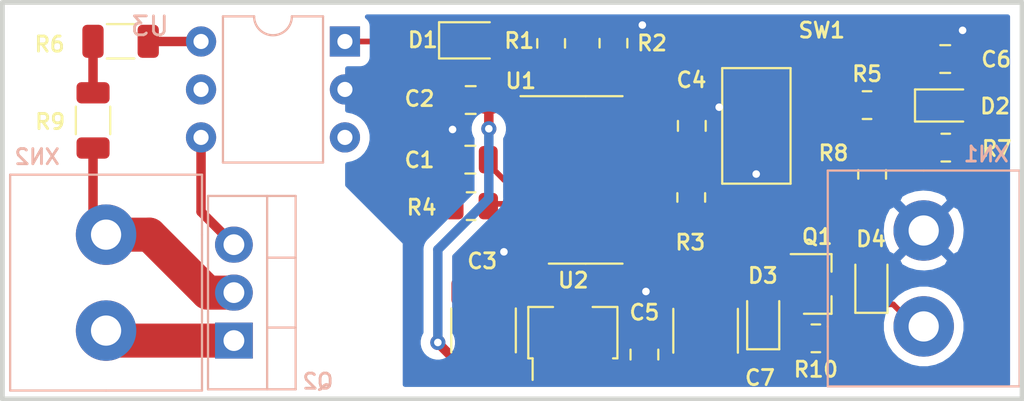
<source format=kicad_pcb>
(kicad_pcb (version 20171130) (host pcbnew "(5.1.12)-1")

  (general
    (thickness 1.6)
    (drawings 7)
    (tracks 156)
    (zones 0)
    (modules 29)
    (nets 26)
  )

  (page A4 portrait)
  (title_block
    (title "ДПЛС реле")
    (date 2023-03-01)
    (comment 2 "Шутко А.В.")
    (comment 3 "Шутко А.В.")
  )

  (layers
    (0 F.Cu signal)
    (31 B.Cu signal)
    (32 B.Adhes user)
    (33 F.Adhes user)
    (34 B.Paste user)
    (35 F.Paste user)
    (36 B.SilkS user)
    (37 F.SilkS user)
    (38 B.Mask user)
    (39 F.Mask user)
    (40 Dwgs.User user)
    (41 Cmts.User user)
    (42 Eco1.User user)
    (43 Eco2.User user)
    (44 Edge.Cuts user)
    (45 Margin user)
    (46 B.CrtYd user)
    (47 F.CrtYd user)
    (48 B.Fab user hide)
    (49 F.Fab user hide)
  )

  (setup
    (last_trace_width 0.5)
    (user_trace_width 0.3)
    (user_trace_width 0.5)
    (trace_clearance 0.2)
    (zone_clearance 0.508)
    (zone_45_only no)
    (trace_min 0.2)
    (via_size 0.8)
    (via_drill 0.4)
    (via_min_size 0.4)
    (via_min_drill 0.3)
    (uvia_size 0.3)
    (uvia_drill 0.1)
    (uvias_allowed no)
    (uvia_min_size 0.2)
    (uvia_min_drill 0.1)
    (edge_width 0.05)
    (segment_width 0.2)
    (pcb_text_width 0.3)
    (pcb_text_size 1.5 1.5)
    (mod_edge_width 0.12)
    (mod_text_size 1 1)
    (mod_text_width 0.15)
    (pad_size 1.6 1.6)
    (pad_drill 0.8)
    (pad_to_mask_clearance 0)
    (aux_axis_origin 0 0)
    (visible_elements FFFFFF7F)
    (pcbplotparams
      (layerselection 0x010fc_ffffffff)
      (usegerberextensions false)
      (usegerberattributes true)
      (usegerberadvancedattributes true)
      (creategerberjobfile true)
      (excludeedgelayer true)
      (linewidth 0.100000)
      (plotframeref false)
      (viasonmask false)
      (mode 1)
      (useauxorigin false)
      (hpglpennumber 1)
      (hpglpenspeed 20)
      (hpglpendiameter 15.000000)
      (psnegative false)
      (psa4output false)
      (plotreference true)
      (plotvalue true)
      (plotinvisibletext false)
      (padsonsilk false)
      (subtractmaskfromsilk false)
      (outputformat 1)
      (mirror false)
      (drillshape 1)
      (scaleselection 1)
      (outputdirectory ""))
  )

  (net 0 "")
  (net 1 GND)
  (net 2 /RST)
  (net 3 /VCC)
  (net 4 /COMP+)
  (net 5 /VIN)
  (net 6 "Net-(C6-Pad1)")
  (net 7 "Net-(D1-Pad2)")
  (net 8 /DPLS+)
  (net 9 "Net-(D3-Pad2)")
  (net 10 /DPLS_OUT)
  (net 11 "Net-(Q2-Pad3)")
  (net 12 /LOAD1)
  (net 13 /LOAD2)
  (net 14 "Net-(R1-Pad2)")
  (net 15 "Net-(R2-Pad2)")
  (net 16 /RELAY)
  (net 17 "Net-(R4-Pad1)")
  (net 18 "Net-(R6-Pad2)")
  (net 19 "Net-(R6-Pad1)")
  (net 20 /COMP-)
  (net 21 "Net-(SW1-Pad1)")
  (net 22 "Net-(U1-Pad3)")
  (net 23 "Net-(U1-Pad2)")
  (net 24 "Net-(U3-Pad3)")
  (net 25 "Net-(U3-Pad5)")

  (net_class Default "This is the default net class."
    (clearance 0.2)
    (trace_width 0.25)
    (via_dia 0.8)
    (via_drill 0.4)
    (uvia_dia 0.3)
    (uvia_drill 0.1)
    (add_net /COMP+)
    (add_net /COMP-)
    (add_net /DPLS+)
    (add_net /DPLS_OUT)
    (add_net /LOAD1)
    (add_net /LOAD2)
    (add_net /RELAY)
    (add_net /RST)
    (add_net /VCC)
    (add_net /VIN)
    (add_net GND)
    (add_net "Net-(C6-Pad1)")
    (add_net "Net-(D1-Pad2)")
    (add_net "Net-(D3-Pad2)")
    (add_net "Net-(Q2-Pad3)")
    (add_net "Net-(R1-Pad2)")
    (add_net "Net-(R2-Pad2)")
    (add_net "Net-(R4-Pad1)")
    (add_net "Net-(R6-Pad1)")
    (add_net "Net-(R6-Pad2)")
    (add_net "Net-(SW1-Pad1)")
    (add_net "Net-(U1-Pad2)")
    (add_net "Net-(U1-Pad3)")
    (add_net "Net-(U3-Pad3)")
    (add_net "Net-(U3-Pad5)")
  )

  (module Package_TO_SOT_SMD:SOT-89-3 (layer F.Cu) (tedit 5C33D6E8) (tstamp 63FFA5CA)
    (at 103.49 130.81 90)
    (descr "SOT-89-3, http://ww1.microchip.com/downloads/en/DeviceDoc/3L_SOT-89_MB_C04-029C.pdf")
    (tags SOT-89-3)
    (path /640146AD)
    (attr smd)
    (fp_text reference U2 (at 3.07 0.02 180) (layer F.SilkS)
      (effects (font (size 0.8 0.8) (thickness 0.15)))
    )
    (fp_text value L78L05 (at 0.3 3.5 90) (layer F.Fab)
      (effects (font (size 1 1) (thickness 0.15)))
    )
    (fp_text user %R (at 0.5 0) (layer F.Fab)
      (effects (font (size 1 1) (thickness 0.15)))
    )
    (fp_line (start 1.66 1.05) (end 1.66 2.36) (layer F.SilkS) (width 0.12))
    (fp_line (start 1.66 2.36) (end -1.06 2.36) (layer F.SilkS) (width 0.12))
    (fp_line (start -2.2 -2.13) (end -1.06 -2.13) (layer F.SilkS) (width 0.12))
    (fp_line (start 1.66 -2.36) (end 1.66 -1.05) (layer F.SilkS) (width 0.12))
    (fp_line (start -0.95 -1.25) (end 0.05 -2.25) (layer F.Fab) (width 0.1))
    (fp_line (start 1.55 -2.25) (end 1.55 2.25) (layer F.Fab) (width 0.1))
    (fp_line (start 1.55 2.25) (end -0.95 2.25) (layer F.Fab) (width 0.1))
    (fp_line (start -0.95 2.25) (end -0.95 -1.25) (layer F.Fab) (width 0.1))
    (fp_line (start 0.05 -2.25) (end 1.55 -2.25) (layer F.Fab) (width 0.1))
    (fp_line (start 2.55 -2.5) (end 2.55 2.5) (layer F.CrtYd) (width 0.05))
    (fp_line (start 2.55 -2.5) (end -2.55 -2.5) (layer F.CrtYd) (width 0.05))
    (fp_line (start -2.55 2.5) (end 2.55 2.5) (layer F.CrtYd) (width 0.05))
    (fp_line (start -2.55 2.5) (end -2.55 -2.5) (layer F.CrtYd) (width 0.05))
    (fp_line (start -1.06 -2.36) (end 1.66 -2.36) (layer F.SilkS) (width 0.12))
    (fp_line (start -1.06 -2.36) (end -1.06 -2.13) (layer F.SilkS) (width 0.12))
    (fp_line (start -1.06 2.36) (end -1.06 2.13) (layer F.SilkS) (width 0.12))
    (pad 2 smd custom (at -1.5625 0 90) (size 1.475 0.9) (layers F.Cu F.Paste F.Mask)
      (net 1 GND) (zone_connect 2)
      (options (clearance outline) (anchor rect))
      (primitives
        (gr_poly (pts
           (xy 0.7375 -0.8665) (xy 3.8625 -0.8665) (xy 3.8625 0.8665) (xy 0.7375 0.8665)) (width 0))
      ))
    (pad 3 smd rect (at -1.65 1.5 90) (size 1.3 0.9) (layers F.Cu F.Paste F.Mask)
      (net 5 /VIN))
    (pad 1 smd rect (at -1.65 -1.5 90) (size 1.3 0.9) (layers F.Cu F.Paste F.Mask)
      (net 3 /VCC))
    (model ${KISYS3DMOD}/Package_TO_SOT_SMD.3dshapes/SOT-89-3.wrl
      (at (xyz 0 0 0))
      (scale (xyz 1 1 1))
      (rotate (xyz 0 0 0))
    )
  )

  (module buk_library:KLS2-102 (layer B.Cu) (tedit 63FF3043) (tstamp 63FFA604)
    (at 78.77 125.32 270)
    (path /6401A3E0)
    (fp_text reference XN2 (at -4.12 3.65) (layer B.SilkS)
      (effects (font (size 0.8 0.8) (thickness 0.15)) (justify mirror))
    )
    (fp_text value HEAD_2PIN (at 0 0.5 270) (layer B.Fab)
      (effects (font (size 1 1) (thickness 0.15)) (justify mirror))
    )
    (fp_line (start 8.255 5.08) (end -3.175 5.08) (layer B.SilkS) (width 0.12))
    (fp_line (start -3.175 -5.08) (end -3.175 5.08) (layer B.CrtYd) (width 0.12))
    (fp_line (start 8.255 -5.08) (end -3.175 -5.08) (layer B.CrtYd) (width 0.12))
    (fp_line (start 8.255 5.08) (end 8.255 -5.08) (layer B.CrtYd) (width 0.12))
    (fp_line (start -3.175 5.08) (end 8.255 5.08) (layer B.CrtYd) (width 0.12))
    (fp_line (start -3.175 -5.08) (end -3.175 5.08) (layer B.SilkS) (width 0.12))
    (fp_line (start 0 -5.08) (end -3.175 -5.08) (layer B.SilkS) (width 0.12))
    (fp_line (start 8.255 -5.08) (end 0 -5.08) (layer B.SilkS) (width 0.12))
    (fp_line (start 8.255 0) (end 8.255 -5.08) (layer B.SilkS) (width 0.12))
    (fp_line (start 8.255 5.08) (end 8.255 0) (layer B.SilkS) (width 0.12))
    (pad 2 thru_hole circle (at 5.08 0 270) (size 3.2 3.2) (drill 1.6) (layers *.Cu *.Mask)
      (net 13 /LOAD2))
    (pad 1 thru_hole circle (at 0 0 270) (size 3.2 3.2) (drill 1.6) (layers *.Cu *.Mask)
      (net 12 /LOAD1))
  )

  (module buk_library:KLS2-102 (layer B.Cu) (tedit 63FF3043) (tstamp 63FFA5F4)
    (at 122.07 130.18 90)
    (path /6401B49D)
    (fp_text reference XN1 (at 9.12 3.31) (layer B.SilkS)
      (effects (font (size 0.8 0.8) (thickness 0.15)) (justify mirror))
    )
    (fp_text value HEAD_2PIN (at 0 0.5 270) (layer B.Fab)
      (effects (font (size 1 1) (thickness 0.15)) (justify mirror))
    )
    (fp_line (start 8.255 5.08) (end -3.175 5.08) (layer B.SilkS) (width 0.12))
    (fp_line (start -3.175 -5.08) (end -3.175 5.08) (layer B.CrtYd) (width 0.12))
    (fp_line (start 8.255 -5.08) (end -3.175 -5.08) (layer B.CrtYd) (width 0.12))
    (fp_line (start 8.255 5.08) (end 8.255 -5.08) (layer B.CrtYd) (width 0.12))
    (fp_line (start -3.175 5.08) (end 8.255 5.08) (layer B.CrtYd) (width 0.12))
    (fp_line (start -3.175 -5.08) (end -3.175 5.08) (layer B.SilkS) (width 0.12))
    (fp_line (start 0 -5.08) (end -3.175 -5.08) (layer B.SilkS) (width 0.12))
    (fp_line (start 8.255 -5.08) (end 0 -5.08) (layer B.SilkS) (width 0.12))
    (fp_line (start 8.255 0) (end 8.255 -5.08) (layer B.SilkS) (width 0.12))
    (fp_line (start 8.255 5.08) (end 8.255 0) (layer B.SilkS) (width 0.12))
    (pad 2 thru_hole circle (at 5.08 0 90) (size 3.2 3.2) (drill 1.6) (layers *.Cu *.Mask)
      (net 1 GND))
    (pad 1 thru_hole circle (at 0 0 90) (size 3.2 3.2) (drill 1.6) (layers *.Cu *.Mask)
      (net 8 /DPLS+))
  )

  (module Package_DIP:DIP-6_W7.62mm (layer B.Cu) (tedit 63FF3C7A) (tstamp 63FFA5E4)
    (at 91.42 115.09 180)
    (descr "6-lead though-hole mounted DIP package, row spacing 7.62 mm (300 mils)")
    (tags "THT DIP DIL PDIP 2.54mm 7.62mm 300mil")
    (path /64010D6A)
    (fp_text reference U3 (at 10.33 0.81) (layer B.SilkS)
      (effects (font (size 1 1) (thickness 0.15)) (justify mirror))
    )
    (fp_text value IL4208 (at 3.81 -7.41) (layer B.Fab)
      (effects (font (size 1 1) (thickness 0.15)) (justify mirror))
    )
    (fp_text user %R (at 3.81 -2.54) (layer B.Fab)
      (effects (font (size 1 1) (thickness 0.15)) (justify mirror))
    )
    (fp_arc (start 3.81 1.33) (end 2.81 1.33) (angle 180) (layer B.SilkS) (width 0.12))
    (fp_line (start 1.635 1.27) (end 6.985 1.27) (layer B.Fab) (width 0.1))
    (fp_line (start 6.985 1.27) (end 6.985 -6.35) (layer B.Fab) (width 0.1))
    (fp_line (start 6.985 -6.35) (end 0.635 -6.35) (layer B.Fab) (width 0.1))
    (fp_line (start 0.635 -6.35) (end 0.635 0.27) (layer B.Fab) (width 0.1))
    (fp_line (start 0.635 0.27) (end 1.635 1.27) (layer B.Fab) (width 0.1))
    (fp_line (start 2.81 1.33) (end 1.16 1.33) (layer B.SilkS) (width 0.12))
    (fp_line (start 1.16 1.33) (end 1.16 -6.41) (layer B.SilkS) (width 0.12))
    (fp_line (start 1.16 -6.41) (end 6.46 -6.41) (layer B.SilkS) (width 0.12))
    (fp_line (start 6.46 -6.41) (end 6.46 1.33) (layer B.SilkS) (width 0.12))
    (fp_line (start 6.46 1.33) (end 4.81 1.33) (layer B.SilkS) (width 0.12))
    (fp_line (start -1.1 1.55) (end -1.1 -6.6) (layer B.CrtYd) (width 0.05))
    (fp_line (start -1.1 -6.6) (end 8.7 -6.6) (layer B.CrtYd) (width 0.05))
    (fp_line (start 8.7 -6.6) (end 8.7 1.55) (layer B.CrtYd) (width 0.05))
    (fp_line (start 8.7 1.55) (end -1.1 1.55) (layer B.CrtYd) (width 0.05))
    (pad 6 thru_hole oval (at 7.62 0 180) (size 1.6 1.6) (drill 0.8) (layers *.Cu *.Mask)
      (net 18 "Net-(R6-Pad2)"))
    (pad 3 thru_hole oval (at 0 -5.08 180) (size 1.6 1.6) (drill 0.8) (layers *.Cu *.Mask)
      (net 24 "Net-(U3-Pad3)"))
    (pad 5 thru_hole oval (at 7.62 -2.54 180) (size 1.6 1.6) (drill 0.8) (layers *.Cu *.Mask)
      (net 25 "Net-(U3-Pad5)"))
    (pad 2 thru_hole oval (at 0 -2.54 180) (size 1.6 1.6) (drill 0.8) (layers *.Cu *.Mask)
      (net 1 GND) (zone_connect 2))
    (pad 4 thru_hole oval (at 7.62 -5.08 180) (size 1.6 1.6) (drill 0.8) (layers *.Cu *.Mask)
      (net 11 "Net-(Q2-Pad3)"))
    (pad 1 thru_hole rect (at 0 0 180) (size 1.6 1.6) (drill 0.8) (layers *.Cu *.Mask)
      (net 17 "Net-(R4-Pad1)"))
    (model ${KISYS3DMOD}/Package_DIP.3dshapes/DIP-6_W7.62mm.wrl
      (at (xyz 0 0 0))
      (scale (xyz 1 1 1))
      (rotate (xyz 0 0 0))
    )
  )

  (module Package_SO:SO-14_3.9x8.65mm_P1.27mm (layer F.Cu) (tedit 5F427CE7) (tstamp 63FFA5B0)
    (at 104.17 122.42)
    (descr "SO, 14 Pin (https://www.st.com/resource/en/datasheet/l6491.pdf), generated with kicad-footprint-generator ipc_gullwing_generator.py")
    (tags "SO SO")
    (path /63FFB848)
    (attr smd)
    (fp_text reference U1 (at -3.44 -5.24) (layer F.SilkS)
      (effects (font (size 0.8 0.8) (thickness 0.15)))
    )
    (fp_text value PIC16LF1503 (at 0 5.28) (layer F.Fab)
      (effects (font (size 1 1) (thickness 0.15)))
    )
    (fp_text user %R (at 0 0) (layer F.Fab)
      (effects (font (size 0.98 0.98) (thickness 0.15)))
    )
    (fp_line (start 0 4.435) (end 1.95 4.435) (layer F.SilkS) (width 0.12))
    (fp_line (start 0 4.435) (end -1.95 4.435) (layer F.SilkS) (width 0.12))
    (fp_line (start 0 -4.435) (end 1.95 -4.435) (layer F.SilkS) (width 0.12))
    (fp_line (start 0 -4.435) (end -3.45 -4.435) (layer F.SilkS) (width 0.12))
    (fp_line (start -0.975 -4.325) (end 1.95 -4.325) (layer F.Fab) (width 0.1))
    (fp_line (start 1.95 -4.325) (end 1.95 4.325) (layer F.Fab) (width 0.1))
    (fp_line (start 1.95 4.325) (end -1.95 4.325) (layer F.Fab) (width 0.1))
    (fp_line (start -1.95 4.325) (end -1.95 -3.35) (layer F.Fab) (width 0.1))
    (fp_line (start -1.95 -3.35) (end -0.975 -4.325) (layer F.Fab) (width 0.1))
    (fp_line (start -3.7 -4.58) (end -3.7 4.58) (layer F.CrtYd) (width 0.05))
    (fp_line (start -3.7 4.58) (end 3.7 4.58) (layer F.CrtYd) (width 0.05))
    (fp_line (start 3.7 4.58) (end 3.7 -4.58) (layer F.CrtYd) (width 0.05))
    (fp_line (start 3.7 -4.58) (end -3.7 -4.58) (layer F.CrtYd) (width 0.05))
    (pad 14 smd roundrect (at 2.475 -3.81) (size 1.95 0.6) (layers F.Cu F.Paste F.Mask) (roundrect_rratio 0.25)
      (net 1 GND))
    (pad 13 smd roundrect (at 2.475 -2.54) (size 1.95 0.6) (layers F.Cu F.Paste F.Mask) (roundrect_rratio 0.25)
      (net 21 "Net-(SW1-Pad1)"))
    (pad 12 smd roundrect (at 2.475 -1.27) (size 1.95 0.6) (layers F.Cu F.Paste F.Mask) (roundrect_rratio 0.25)
      (net 15 "Net-(R2-Pad2)"))
    (pad 11 smd roundrect (at 2.475 0) (size 1.95 0.6) (layers F.Cu F.Paste F.Mask) (roundrect_rratio 0.25)
      (net 1 GND))
    (pad 10 smd roundrect (at 2.475 1.27) (size 1.95 0.6) (layers F.Cu F.Paste F.Mask) (roundrect_rratio 0.25)
      (net 4 /COMP+))
    (pad 9 smd roundrect (at 2.475 2.54) (size 1.95 0.6) (layers F.Cu F.Paste F.Mask) (roundrect_rratio 0.25)
      (net 20 /COMP-))
    (pad 8 smd roundrect (at 2.475 3.81) (size 1.95 0.6) (layers F.Cu F.Paste F.Mask) (roundrect_rratio 0.25)
      (net 10 /DPLS_OUT))
    (pad 7 smd roundrect (at -2.475 3.81) (size 1.95 0.6) (layers F.Cu F.Paste F.Mask) (roundrect_rratio 0.25)
      (net 1 GND))
    (pad 6 smd roundrect (at -2.475 2.54) (size 1.95 0.6) (layers F.Cu F.Paste F.Mask) (roundrect_rratio 0.25)
      (net 14 "Net-(R1-Pad2)"))
    (pad 5 smd roundrect (at -2.475 1.27) (size 1.95 0.6) (layers F.Cu F.Paste F.Mask) (roundrect_rratio 0.25)
      (net 16 /RELAY))
    (pad 4 smd roundrect (at -2.475 0) (size 1.95 0.6) (layers F.Cu F.Paste F.Mask) (roundrect_rratio 0.25)
      (net 2 /RST))
    (pad 3 smd roundrect (at -2.475 -1.27) (size 1.95 0.6) (layers F.Cu F.Paste F.Mask) (roundrect_rratio 0.25)
      (net 22 "Net-(U1-Pad3)"))
    (pad 2 smd roundrect (at -2.475 -2.54) (size 1.95 0.6) (layers F.Cu F.Paste F.Mask) (roundrect_rratio 0.25)
      (net 23 "Net-(U1-Pad2)"))
    (pad 1 smd roundrect (at -2.475 -3.81) (size 1.95 0.6) (layers F.Cu F.Paste F.Mask) (roundrect_rratio 0.25)
      (net 3 /VCC))
    (model ${KISYS3DMOD}/Package_SO.3dshapes/SO-14_3.9x8.65mm_P1.27mm.wrl
      (at (xyz 0 0 0))
      (scale (xyz 1 1 1))
      (rotate (xyz 0 0 0))
    )
  )

  (module Button_Switch_SMD:SW_SPST_FSMSM (layer F.Cu) (tedit 5A02FC95) (tstamp 63FFA590)
    (at 113.21 119.56 270)
    (descr http://www.te.com/commerce/DocumentDelivery/DDEController?Action=srchrtrv&DocNm=1437566-3&DocType=Customer+Drawing&DocLang=English)
    (tags "SPST button tactile switch")
    (path /6400E718)
    (attr smd)
    (fp_text reference SW1 (at -5.06 -3.46 180) (layer F.SilkS)
      (effects (font (size 0.8 0.8) (thickness 0.15)))
    )
    (fp_text value SW_Push (at 0 3 90) (layer F.Fab)
      (effects (font (size 1 1) (thickness 0.15)))
    )
    (fp_text user %R (at 0 -2.6 90) (layer F.Fab)
      (effects (font (size 1 1) (thickness 0.15)))
    )
    (fp_line (start -1.75 -1) (end 1.75 -1) (layer F.Fab) (width 0.1))
    (fp_line (start 1.75 -1) (end 1.75 1) (layer F.Fab) (width 0.1))
    (fp_line (start 1.75 1) (end -1.75 1) (layer F.Fab) (width 0.1))
    (fp_line (start -1.75 1) (end -1.75 -1) (layer F.Fab) (width 0.1))
    (fp_line (start -3.06 -1.81) (end 3.06 -1.81) (layer F.SilkS) (width 0.12))
    (fp_line (start 3.06 -1.81) (end 3.06 1.81) (layer F.SilkS) (width 0.12))
    (fp_line (start 3.06 1.81) (end -3.06 1.81) (layer F.SilkS) (width 0.12))
    (fp_line (start -3.06 1.81) (end -3.06 -1.81) (layer F.SilkS) (width 0.12))
    (fp_line (start -1.5 0.8) (end 1.5 0.8) (layer F.Fab) (width 0.1))
    (fp_line (start -1.5 -0.8) (end 1.5 -0.8) (layer F.Fab) (width 0.1))
    (fp_line (start 1.5 -0.8) (end 1.5 0.8) (layer F.Fab) (width 0.1))
    (fp_line (start -1.5 -0.8) (end -1.5 0.8) (layer F.Fab) (width 0.1))
    (fp_line (start -5.95 2) (end 5.95 2) (layer F.CrtYd) (width 0.05))
    (fp_line (start 5.95 -2) (end 5.95 2) (layer F.CrtYd) (width 0.05))
    (fp_line (start -3 1.75) (end 3 1.75) (layer F.Fab) (width 0.1))
    (fp_line (start -3 -1.75) (end 3 -1.75) (layer F.Fab) (width 0.1))
    (fp_line (start -3 -1.75) (end -3 1.75) (layer F.Fab) (width 0.1))
    (fp_line (start 3 -1.75) (end 3 1.75) (layer F.Fab) (width 0.1))
    (fp_line (start -5.95 -2) (end -5.95 2) (layer F.CrtYd) (width 0.05))
    (fp_line (start -5.95 -2) (end 5.95 -2) (layer F.CrtYd) (width 0.05))
    (pad 2 smd rect (at 4.59 0 270) (size 2.18 1.6) (layers F.Cu F.Paste F.Mask)
      (net 1 GND))
    (pad 1 smd rect (at -4.59 0 270) (size 2.18 1.6) (layers F.Cu F.Paste F.Mask)
      (net 21 "Net-(SW1-Pad1)"))
    (model ${KISYS3DMOD}/Button_Switch_SMD.3dshapes/SW_SPST_FSMSM.wrl
      (at (xyz 0 0 0))
      (scale (xyz 1 1 1))
      (rotate (xyz 0 0 0))
    )
  )

  (module Resistor_SMD:R_0805_2012Metric (layer F.Cu) (tedit 5F68FEEE) (tstamp 63FFA575)
    (at 116.36 130.81 180)
    (descr "Resistor SMD 0805 (2012 Metric), square (rectangular) end terminal, IPC_7351 nominal, (Body size source: IPC-SM-782 page 72, https://www.pcb-3d.com/wordpress/wp-content/uploads/ipc-sm-782a_amendment_1_and_2.pdf), generated with kicad-footprint-generator")
    (tags resistor)
    (path /64004C91)
    (attr smd)
    (fp_text reference R10 (at 0 -1.65) (layer F.SilkS)
      (effects (font (size 0.8 0.8) (thickness 0.15)))
    )
    (fp_text value 150R (at 0 1.65) (layer F.Fab)
      (effects (font (size 1 1) (thickness 0.15)))
    )
    (fp_text user %R (at 0 0) (layer F.Fab)
      (effects (font (size 0.5 0.5) (thickness 0.08)))
    )
    (fp_line (start -1 0.625) (end -1 -0.625) (layer F.Fab) (width 0.1))
    (fp_line (start -1 -0.625) (end 1 -0.625) (layer F.Fab) (width 0.1))
    (fp_line (start 1 -0.625) (end 1 0.625) (layer F.Fab) (width 0.1))
    (fp_line (start 1 0.625) (end -1 0.625) (layer F.Fab) (width 0.1))
    (fp_line (start -0.227064 -0.735) (end 0.227064 -0.735) (layer F.SilkS) (width 0.12))
    (fp_line (start -0.227064 0.735) (end 0.227064 0.735) (layer F.SilkS) (width 0.12))
    (fp_line (start -1.68 0.95) (end -1.68 -0.95) (layer F.CrtYd) (width 0.05))
    (fp_line (start -1.68 -0.95) (end 1.68 -0.95) (layer F.CrtYd) (width 0.05))
    (fp_line (start 1.68 -0.95) (end 1.68 0.95) (layer F.CrtYd) (width 0.05))
    (fp_line (start 1.68 0.95) (end -1.68 0.95) (layer F.CrtYd) (width 0.05))
    (pad 2 smd roundrect (at 0.9125 0 180) (size 1.025 1.4) (layers F.Cu F.Paste F.Mask) (roundrect_rratio 0.243902)
      (net 9 "Net-(D3-Pad2)"))
    (pad 1 smd roundrect (at -0.9125 0 180) (size 1.025 1.4) (layers F.Cu F.Paste F.Mask) (roundrect_rratio 0.243902)
      (net 8 /DPLS+))
    (model ${KISYS3DMOD}/Resistor_SMD.3dshapes/R_0805_2012Metric.wrl
      (at (xyz 0 0 0))
      (scale (xyz 1 1 1))
      (rotate (xyz 0 0 0))
    )
  )

  (module Resistor_SMD:R_1206_3216Metric (layer F.Cu) (tedit 5F68FEEE) (tstamp 63FFA564)
    (at 78.08 119.27 90)
    (descr "Resistor SMD 1206 (3216 Metric), square (rectangular) end terminal, IPC_7351 nominal, (Body size source: IPC-SM-782 page 72, https://www.pcb-3d.com/wordpress/wp-content/uploads/ipc-sm-782a_amendment_1_and_2.pdf), generated with kicad-footprint-generator")
    (tags resistor)
    (path /6400324B)
    (attr smd)
    (fp_text reference R9 (at -0.07 -2.27 180) (layer F.SilkS)
      (effects (font (size 0.8 0.8) (thickness 0.15)))
    )
    (fp_text value 470R (at 0 1.82 90) (layer F.Fab)
      (effects (font (size 1 1) (thickness 0.15)))
    )
    (fp_text user %R (at 0 0 90) (layer F.Fab)
      (effects (font (size 0.8 0.8) (thickness 0.12)))
    )
    (fp_line (start -1.6 0.8) (end -1.6 -0.8) (layer F.Fab) (width 0.1))
    (fp_line (start -1.6 -0.8) (end 1.6 -0.8) (layer F.Fab) (width 0.1))
    (fp_line (start 1.6 -0.8) (end 1.6 0.8) (layer F.Fab) (width 0.1))
    (fp_line (start 1.6 0.8) (end -1.6 0.8) (layer F.Fab) (width 0.1))
    (fp_line (start -0.727064 -0.91) (end 0.727064 -0.91) (layer F.SilkS) (width 0.12))
    (fp_line (start -0.727064 0.91) (end 0.727064 0.91) (layer F.SilkS) (width 0.12))
    (fp_line (start -2.28 1.12) (end -2.28 -1.12) (layer F.CrtYd) (width 0.05))
    (fp_line (start -2.28 -1.12) (end 2.28 -1.12) (layer F.CrtYd) (width 0.05))
    (fp_line (start 2.28 -1.12) (end 2.28 1.12) (layer F.CrtYd) (width 0.05))
    (fp_line (start 2.28 1.12) (end -2.28 1.12) (layer F.CrtYd) (width 0.05))
    (pad 2 smd roundrect (at 1.4625 0 90) (size 1.125 1.75) (layers F.Cu F.Paste F.Mask) (roundrect_rratio 0.222222)
      (net 19 "Net-(R6-Pad1)"))
    (pad 1 smd roundrect (at -1.4625 0 90) (size 1.125 1.75) (layers F.Cu F.Paste F.Mask) (roundrect_rratio 0.222222)
      (net 12 /LOAD1))
    (model ${KISYS3DMOD}/Resistor_SMD.3dshapes/R_1206_3216Metric.wrl
      (at (xyz 0 0 0))
      (scale (xyz 1 1 1))
      (rotate (xyz 0 0 0))
    )
  )

  (module Resistor_SMD:R_0805_2012Metric (layer F.Cu) (tedit 5F68FEEE) (tstamp 63FFA553)
    (at 119.34 122.13 270)
    (descr "Resistor SMD 0805 (2012 Metric), square (rectangular) end terminal, IPC_7351 nominal, (Body size source: IPC-SM-782 page 72, https://www.pcb-3d.com/wordpress/wp-content/uploads/ipc-sm-782a_amendment_1_and_2.pdf), generated with kicad-footprint-generator")
    (tags resistor)
    (path /640048F0)
    (attr smd)
    (fp_text reference R8 (at -1.13 2.05 180) (layer F.SilkS)
      (effects (font (size 0.8 0.8) (thickness 0.15)))
    )
    (fp_text value 100K (at 0 1.65 90) (layer F.Fab)
      (effects (font (size 1 1) (thickness 0.15)))
    )
    (fp_text user %R (at 0 0 90) (layer F.Fab)
      (effects (font (size 0.5 0.5) (thickness 0.08)))
    )
    (fp_line (start -1 0.625) (end -1 -0.625) (layer F.Fab) (width 0.1))
    (fp_line (start -1 -0.625) (end 1 -0.625) (layer F.Fab) (width 0.1))
    (fp_line (start 1 -0.625) (end 1 0.625) (layer F.Fab) (width 0.1))
    (fp_line (start 1 0.625) (end -1 0.625) (layer F.Fab) (width 0.1))
    (fp_line (start -0.227064 -0.735) (end 0.227064 -0.735) (layer F.SilkS) (width 0.12))
    (fp_line (start -0.227064 0.735) (end 0.227064 0.735) (layer F.SilkS) (width 0.12))
    (fp_line (start -1.68 0.95) (end -1.68 -0.95) (layer F.CrtYd) (width 0.05))
    (fp_line (start -1.68 -0.95) (end 1.68 -0.95) (layer F.CrtYd) (width 0.05))
    (fp_line (start 1.68 -0.95) (end 1.68 0.95) (layer F.CrtYd) (width 0.05))
    (fp_line (start 1.68 0.95) (end -1.68 0.95) (layer F.CrtYd) (width 0.05))
    (pad 2 smd roundrect (at 0.9125 0 270) (size 1.025 1.4) (layers F.Cu F.Paste F.Mask) (roundrect_rratio 0.243902)
      (net 1 GND))
    (pad 1 smd roundrect (at -0.9125 0 270) (size 1.025 1.4) (layers F.Cu F.Paste F.Mask) (roundrect_rratio 0.243902)
      (net 20 /COMP-))
    (model ${KISYS3DMOD}/Resistor_SMD.3dshapes/R_0805_2012Metric.wrl
      (at (xyz 0 0 0))
      (scale (xyz 1 1 1))
      (rotate (xyz 0 0 0))
    )
  )

  (module Resistor_SMD:R_0805_2012Metric (layer F.Cu) (tedit 5F68FEEE) (tstamp 63FFA542)
    (at 123.24 120.71 180)
    (descr "Resistor SMD 0805 (2012 Metric), square (rectangular) end terminal, IPC_7351 nominal, (Body size source: IPC-SM-782 page 72, https://www.pcb-3d.com/wordpress/wp-content/uploads/ipc-sm-782a_amendment_1_and_2.pdf), generated with kicad-footprint-generator")
    (tags resistor)
    (path /6400444B)
    (attr smd)
    (fp_text reference R7 (at -2.7 -0.06) (layer F.SilkS)
      (effects (font (size 0.8 0.8) (thickness 0.15)))
    )
    (fp_text value 200K (at 0 1.65) (layer F.Fab)
      (effects (font (size 1 1) (thickness 0.15)))
    )
    (fp_text user %R (at 0 0) (layer F.Fab)
      (effects (font (size 0.5 0.5) (thickness 0.08)))
    )
    (fp_line (start -1 0.625) (end -1 -0.625) (layer F.Fab) (width 0.1))
    (fp_line (start -1 -0.625) (end 1 -0.625) (layer F.Fab) (width 0.1))
    (fp_line (start 1 -0.625) (end 1 0.625) (layer F.Fab) (width 0.1))
    (fp_line (start 1 0.625) (end -1 0.625) (layer F.Fab) (width 0.1))
    (fp_line (start -0.227064 -0.735) (end 0.227064 -0.735) (layer F.SilkS) (width 0.12))
    (fp_line (start -0.227064 0.735) (end 0.227064 0.735) (layer F.SilkS) (width 0.12))
    (fp_line (start -1.68 0.95) (end -1.68 -0.95) (layer F.CrtYd) (width 0.05))
    (fp_line (start -1.68 -0.95) (end 1.68 -0.95) (layer F.CrtYd) (width 0.05))
    (fp_line (start 1.68 -0.95) (end 1.68 0.95) (layer F.CrtYd) (width 0.05))
    (fp_line (start 1.68 0.95) (end -1.68 0.95) (layer F.CrtYd) (width 0.05))
    (pad 2 smd roundrect (at 0.9125 0 180) (size 1.025 1.4) (layers F.Cu F.Paste F.Mask) (roundrect_rratio 0.243902)
      (net 20 /COMP-))
    (pad 1 smd roundrect (at -0.9125 0 180) (size 1.025 1.4) (layers F.Cu F.Paste F.Mask) (roundrect_rratio 0.243902)
      (net 8 /DPLS+))
    (model ${KISYS3DMOD}/Resistor_SMD.3dshapes/R_0805_2012Metric.wrl
      (at (xyz 0 0 0))
      (scale (xyz 1 1 1))
      (rotate (xyz 0 0 0))
    )
  )

  (module Resistor_SMD:R_1206_3216Metric (layer F.Cu) (tedit 5F68FEEE) (tstamp 63FFA531)
    (at 79.54 115.08)
    (descr "Resistor SMD 1206 (3216 Metric), square (rectangular) end terminal, IPC_7351 nominal, (Body size source: IPC-SM-782 page 72, https://www.pcb-3d.com/wordpress/wp-content/uploads/ipc-sm-782a_amendment_1_and_2.pdf), generated with kicad-footprint-generator")
    (tags resistor)
    (path /64002BBD)
    (attr smd)
    (fp_text reference R6 (at -3.76 0.16) (layer F.SilkS)
      (effects (font (size 0.8 0.8) (thickness 0.15)))
    )
    (fp_text value 470R (at 0 1.82) (layer F.Fab)
      (effects (font (size 1 1) (thickness 0.15)))
    )
    (fp_text user %R (at 0 0) (layer F.Fab)
      (effects (font (size 0.8 0.8) (thickness 0.12)))
    )
    (fp_line (start -1.6 0.8) (end -1.6 -0.8) (layer F.Fab) (width 0.1))
    (fp_line (start -1.6 -0.8) (end 1.6 -0.8) (layer F.Fab) (width 0.1))
    (fp_line (start 1.6 -0.8) (end 1.6 0.8) (layer F.Fab) (width 0.1))
    (fp_line (start 1.6 0.8) (end -1.6 0.8) (layer F.Fab) (width 0.1))
    (fp_line (start -0.727064 -0.91) (end 0.727064 -0.91) (layer F.SilkS) (width 0.12))
    (fp_line (start -0.727064 0.91) (end 0.727064 0.91) (layer F.SilkS) (width 0.12))
    (fp_line (start -2.28 1.12) (end -2.28 -1.12) (layer F.CrtYd) (width 0.05))
    (fp_line (start -2.28 -1.12) (end 2.28 -1.12) (layer F.CrtYd) (width 0.05))
    (fp_line (start 2.28 -1.12) (end 2.28 1.12) (layer F.CrtYd) (width 0.05))
    (fp_line (start 2.28 1.12) (end -2.28 1.12) (layer F.CrtYd) (width 0.05))
    (pad 2 smd roundrect (at 1.4625 0) (size 1.125 1.75) (layers F.Cu F.Paste F.Mask) (roundrect_rratio 0.222222)
      (net 18 "Net-(R6-Pad2)"))
    (pad 1 smd roundrect (at -1.4625 0) (size 1.125 1.75) (layers F.Cu F.Paste F.Mask) (roundrect_rratio 0.222222)
      (net 19 "Net-(R6-Pad1)"))
    (model ${KISYS3DMOD}/Resistor_SMD.3dshapes/R_1206_3216Metric.wrl
      (at (xyz 0 0 0))
      (scale (xyz 1 1 1))
      (rotate (xyz 0 0 0))
    )
  )

  (module Resistor_SMD:R_0805_2012Metric (layer F.Cu) (tedit 5F68FEEE) (tstamp 63FFA520)
    (at 119.07 118.46)
    (descr "Resistor SMD 0805 (2012 Metric), square (rectangular) end terminal, IPC_7351 nominal, (Body size source: IPC-SM-782 page 72, https://www.pcb-3d.com/wordpress/wp-content/uploads/ipc-sm-782a_amendment_1_and_2.pdf), generated with kicad-footprint-generator")
    (tags resistor)
    (path /64003E0F)
    (attr smd)
    (fp_text reference R5 (at 0 -1.65) (layer F.SilkS)
      (effects (font (size 0.8 0.8) (thickness 0.15)))
    )
    (fp_text value 300K (at 0 1.65) (layer F.Fab)
      (effects (font (size 1 1) (thickness 0.15)))
    )
    (fp_text user %R (at 0 0) (layer F.Fab)
      (effects (font (size 0.5 0.5) (thickness 0.08)))
    )
    (fp_line (start -1 0.625) (end -1 -0.625) (layer F.Fab) (width 0.1))
    (fp_line (start -1 -0.625) (end 1 -0.625) (layer F.Fab) (width 0.1))
    (fp_line (start 1 -0.625) (end 1 0.625) (layer F.Fab) (width 0.1))
    (fp_line (start 1 0.625) (end -1 0.625) (layer F.Fab) (width 0.1))
    (fp_line (start -0.227064 -0.735) (end 0.227064 -0.735) (layer F.SilkS) (width 0.12))
    (fp_line (start -0.227064 0.735) (end 0.227064 0.735) (layer F.SilkS) (width 0.12))
    (fp_line (start -1.68 0.95) (end -1.68 -0.95) (layer F.CrtYd) (width 0.05))
    (fp_line (start -1.68 -0.95) (end 1.68 -0.95) (layer F.CrtYd) (width 0.05))
    (fp_line (start 1.68 -0.95) (end 1.68 0.95) (layer F.CrtYd) (width 0.05))
    (fp_line (start 1.68 0.95) (end -1.68 0.95) (layer F.CrtYd) (width 0.05))
    (pad 2 smd roundrect (at 0.9125 0) (size 1.025 1.4) (layers F.Cu F.Paste F.Mask) (roundrect_rratio 0.243902)
      (net 6 "Net-(C6-Pad1)"))
    (pad 1 smd roundrect (at -0.9125 0) (size 1.025 1.4) (layers F.Cu F.Paste F.Mask) (roundrect_rratio 0.243902)
      (net 4 /COMP+))
    (model ${KISYS3DMOD}/Resistor_SMD.3dshapes/R_0805_2012Metric.wrl
      (at (xyz 0 0 0))
      (scale (xyz 1 1 1))
      (rotate (xyz 0 0 0))
    )
  )

  (module Resistor_SMD:R_0805_2012Metric (layer F.Cu) (tedit 5F68FEEE) (tstamp 63FFA50F)
    (at 98.1 123.81)
    (descr "Resistor SMD 0805 (2012 Metric), square (rectangular) end terminal, IPC_7351 nominal, (Body size source: IPC-SM-782 page 72, https://www.pcb-3d.com/wordpress/wp-content/uploads/ipc-sm-782a_amendment_1_and_2.pdf), generated with kicad-footprint-generator")
    (tags resistor)
    (path /6400278C)
    (attr smd)
    (fp_text reference R4 (at -2.62 0.07) (layer F.SilkS)
      (effects (font (size 0.8 0.8) (thickness 0.15)))
    )
    (fp_text value 2K2 (at 0 1.65) (layer F.Fab)
      (effects (font (size 1 1) (thickness 0.15)))
    )
    (fp_text user %R (at 0 0) (layer F.Fab)
      (effects (font (size 0.5 0.5) (thickness 0.08)))
    )
    (fp_line (start -1 0.625) (end -1 -0.625) (layer F.Fab) (width 0.1))
    (fp_line (start -1 -0.625) (end 1 -0.625) (layer F.Fab) (width 0.1))
    (fp_line (start 1 -0.625) (end 1 0.625) (layer F.Fab) (width 0.1))
    (fp_line (start 1 0.625) (end -1 0.625) (layer F.Fab) (width 0.1))
    (fp_line (start -0.227064 -0.735) (end 0.227064 -0.735) (layer F.SilkS) (width 0.12))
    (fp_line (start -0.227064 0.735) (end 0.227064 0.735) (layer F.SilkS) (width 0.12))
    (fp_line (start -1.68 0.95) (end -1.68 -0.95) (layer F.CrtYd) (width 0.05))
    (fp_line (start -1.68 -0.95) (end 1.68 -0.95) (layer F.CrtYd) (width 0.05))
    (fp_line (start 1.68 -0.95) (end 1.68 0.95) (layer F.CrtYd) (width 0.05))
    (fp_line (start 1.68 0.95) (end -1.68 0.95) (layer F.CrtYd) (width 0.05))
    (pad 2 smd roundrect (at 0.9125 0) (size 1.025 1.4) (layers F.Cu F.Paste F.Mask) (roundrect_rratio 0.243902)
      (net 16 /RELAY))
    (pad 1 smd roundrect (at -0.9125 0) (size 1.025 1.4) (layers F.Cu F.Paste F.Mask) (roundrect_rratio 0.243902)
      (net 17 "Net-(R4-Pad1)"))
    (model ${KISYS3DMOD}/Resistor_SMD.3dshapes/R_0805_2012Metric.wrl
      (at (xyz 0 0 0))
      (scale (xyz 1 1 1))
      (rotate (xyz 0 0 0))
    )
  )

  (module Resistor_SMD:R_0805_2012Metric (layer F.Cu) (tedit 5F68FEEE) (tstamp 63FFA4FE)
    (at 109.76 123.35 90)
    (descr "Resistor SMD 0805 (2012 Metric), square (rectangular) end terminal, IPC_7351 nominal, (Body size source: IPC-SM-782 page 72, https://www.pcb-3d.com/wordpress/wp-content/uploads/ipc-sm-782a_amendment_1_and_2.pdf), generated with kicad-footprint-generator")
    (tags resistor)
    (path /64003579)
    (attr smd)
    (fp_text reference R3 (at -2.38 -0.05 180) (layer F.SilkS)
      (effects (font (size 0.8 0.8) (thickness 0.15)))
    )
    (fp_text value 120K (at 0 1.65 90) (layer F.Fab)
      (effects (font (size 1 1) (thickness 0.15)))
    )
    (fp_text user %R (at 0 0 90) (layer F.Fab)
      (effects (font (size 0.5 0.5) (thickness 0.08)))
    )
    (fp_line (start -1 0.625) (end -1 -0.625) (layer F.Fab) (width 0.1))
    (fp_line (start -1 -0.625) (end 1 -0.625) (layer F.Fab) (width 0.1))
    (fp_line (start 1 -0.625) (end 1 0.625) (layer F.Fab) (width 0.1))
    (fp_line (start 1 0.625) (end -1 0.625) (layer F.Fab) (width 0.1))
    (fp_line (start -0.227064 -0.735) (end 0.227064 -0.735) (layer F.SilkS) (width 0.12))
    (fp_line (start -0.227064 0.735) (end 0.227064 0.735) (layer F.SilkS) (width 0.12))
    (fp_line (start -1.68 0.95) (end -1.68 -0.95) (layer F.CrtYd) (width 0.05))
    (fp_line (start -1.68 -0.95) (end 1.68 -0.95) (layer F.CrtYd) (width 0.05))
    (fp_line (start 1.68 -0.95) (end 1.68 0.95) (layer F.CrtYd) (width 0.05))
    (fp_line (start 1.68 0.95) (end -1.68 0.95) (layer F.CrtYd) (width 0.05))
    (pad 2 smd roundrect (at 0.9125 0 90) (size 1.025 1.4) (layers F.Cu F.Paste F.Mask) (roundrect_rratio 0.243902)
      (net 4 /COMP+))
    (pad 1 smd roundrect (at -0.9125 0 90) (size 1.025 1.4) (layers F.Cu F.Paste F.Mask) (roundrect_rratio 0.243902)
      (net 1 GND))
    (model ${KISYS3DMOD}/Resistor_SMD.3dshapes/R_0805_2012Metric.wrl
      (at (xyz 0 0 0))
      (scale (xyz 1 1 1))
      (rotate (xyz 0 0 0))
    )
  )

  (module Resistor_SMD:R_0805_2012Metric (layer F.Cu) (tedit 5F68FEEE) (tstamp 63FFA4ED)
    (at 105.64 115.18 270)
    (descr "Resistor SMD 0805 (2012 Metric), square (rectangular) end terminal, IPC_7351 nominal, (Body size source: IPC-SM-782 page 72, https://www.pcb-3d.com/wordpress/wp-content/uploads/ipc-sm-782a_amendment_1_and_2.pdf), generated with kicad-footprint-generator")
    (tags resistor)
    (path /64001E28)
    (attr smd)
    (fp_text reference R2 (at 0 -2.04 180) (layer F.SilkS)
      (effects (font (size 0.8 0.8) (thickness 0.15)))
    )
    (fp_text value 27K (at 0 1.65 90) (layer F.Fab)
      (effects (font (size 1 1) (thickness 0.15)))
    )
    (fp_text user %R (at 0 0 90) (layer F.Fab)
      (effects (font (size 0.5 0.5) (thickness 0.08)))
    )
    (fp_line (start -1 0.625) (end -1 -0.625) (layer F.Fab) (width 0.1))
    (fp_line (start -1 -0.625) (end 1 -0.625) (layer F.Fab) (width 0.1))
    (fp_line (start 1 -0.625) (end 1 0.625) (layer F.Fab) (width 0.1))
    (fp_line (start 1 0.625) (end -1 0.625) (layer F.Fab) (width 0.1))
    (fp_line (start -0.227064 -0.735) (end 0.227064 -0.735) (layer F.SilkS) (width 0.12))
    (fp_line (start -0.227064 0.735) (end 0.227064 0.735) (layer F.SilkS) (width 0.12))
    (fp_line (start -1.68 0.95) (end -1.68 -0.95) (layer F.CrtYd) (width 0.05))
    (fp_line (start -1.68 -0.95) (end 1.68 -0.95) (layer F.CrtYd) (width 0.05))
    (fp_line (start 1.68 -0.95) (end 1.68 0.95) (layer F.CrtYd) (width 0.05))
    (fp_line (start 1.68 0.95) (end -1.68 0.95) (layer F.CrtYd) (width 0.05))
    (pad 2 smd roundrect (at 0.9125 0 270) (size 1.025 1.4) (layers F.Cu F.Paste F.Mask) (roundrect_rratio 0.243902)
      (net 15 "Net-(R2-Pad2)"))
    (pad 1 smd roundrect (at -0.9125 0 270) (size 1.025 1.4) (layers F.Cu F.Paste F.Mask) (roundrect_rratio 0.243902)
      (net 1 GND))
    (model ${KISYS3DMOD}/Resistor_SMD.3dshapes/R_0805_2012Metric.wrl
      (at (xyz 0 0 0))
      (scale (xyz 1 1 1))
      (rotate (xyz 0 0 0))
    )
  )

  (module Resistor_SMD:R_0805_2012Metric (layer F.Cu) (tedit 5F68FEEE) (tstamp 63FFA4DC)
    (at 102.34 115.19 270)
    (descr "Resistor SMD 0805 (2012 Metric), square (rectangular) end terminal, IPC_7351 nominal, (Body size source: IPC-SM-782 page 72, https://www.pcb-3d.com/wordpress/wp-content/uploads/ipc-sm-782a_amendment_1_and_2.pdf), generated with kicad-footprint-generator")
    (tags resistor)
    (path /64000995)
    (attr smd)
    (fp_text reference R1 (at -0.14 1.69 180) (layer F.SilkS)
      (effects (font (size 0.8 0.8) (thickness 0.15)))
    )
    (fp_text value 1K8 (at 0 1.65 90) (layer F.Fab)
      (effects (font (size 1 1) (thickness 0.15)))
    )
    (fp_text user %R (at 0 0 90) (layer F.Fab)
      (effects (font (size 0.5 0.5) (thickness 0.08)))
    )
    (fp_line (start -1 0.625) (end -1 -0.625) (layer F.Fab) (width 0.1))
    (fp_line (start -1 -0.625) (end 1 -0.625) (layer F.Fab) (width 0.1))
    (fp_line (start 1 -0.625) (end 1 0.625) (layer F.Fab) (width 0.1))
    (fp_line (start 1 0.625) (end -1 0.625) (layer F.Fab) (width 0.1))
    (fp_line (start -0.227064 -0.735) (end 0.227064 -0.735) (layer F.SilkS) (width 0.12))
    (fp_line (start -0.227064 0.735) (end 0.227064 0.735) (layer F.SilkS) (width 0.12))
    (fp_line (start -1.68 0.95) (end -1.68 -0.95) (layer F.CrtYd) (width 0.05))
    (fp_line (start -1.68 -0.95) (end 1.68 -0.95) (layer F.CrtYd) (width 0.05))
    (fp_line (start 1.68 -0.95) (end 1.68 0.95) (layer F.CrtYd) (width 0.05))
    (fp_line (start 1.68 0.95) (end -1.68 0.95) (layer F.CrtYd) (width 0.05))
    (pad 2 smd roundrect (at 0.9125 0 270) (size 1.025 1.4) (layers F.Cu F.Paste F.Mask) (roundrect_rratio 0.243902)
      (net 14 "Net-(R1-Pad2)"))
    (pad 1 smd roundrect (at -0.9125 0 270) (size 1.025 1.4) (layers F.Cu F.Paste F.Mask) (roundrect_rratio 0.243902)
      (net 7 "Net-(D1-Pad2)"))
    (model ${KISYS3DMOD}/Resistor_SMD.3dshapes/R_0805_2012Metric.wrl
      (at (xyz 0 0 0))
      (scale (xyz 1 1 1))
      (rotate (xyz 0 0 0))
    )
  )

  (module Package_TO_SOT_THT:TO-220-3_Vertical (layer B.Cu) (tedit 5AC8BA0D) (tstamp 63FFA4CB)
    (at 85.54 130.93 90)
    (descr "TO-220-3, Vertical, RM 2.54mm, see https://www.vishay.com/docs/66542/to-220-1.pdf")
    (tags "TO-220-3 Vertical RM 2.54mm")
    (path /64013353)
    (fp_text reference Q2 (at -2.16 4.45) (layer B.SilkS)
      (effects (font (size 0.8 0.8) (thickness 0.15)) (justify mirror))
    )
    (fp_text value BTA06-600BW (at 2.54 -2.5 270) (layer B.Fab)
      (effects (font (size 1 1) (thickness 0.15)) (justify mirror))
    )
    (fp_text user %R (at 2.54 4.27 270) (layer B.Fab)
      (effects (font (size 1 1) (thickness 0.15)) (justify mirror))
    )
    (fp_line (start -2.46 3.15) (end -2.46 -1.25) (layer B.Fab) (width 0.1))
    (fp_line (start -2.46 -1.25) (end 7.54 -1.25) (layer B.Fab) (width 0.1))
    (fp_line (start 7.54 -1.25) (end 7.54 3.15) (layer B.Fab) (width 0.1))
    (fp_line (start 7.54 3.15) (end -2.46 3.15) (layer B.Fab) (width 0.1))
    (fp_line (start -2.46 1.88) (end 7.54 1.88) (layer B.Fab) (width 0.1))
    (fp_line (start 0.69 3.15) (end 0.69 1.88) (layer B.Fab) (width 0.1))
    (fp_line (start 4.39 3.15) (end 4.39 1.88) (layer B.Fab) (width 0.1))
    (fp_line (start -2.58 3.27) (end 7.66 3.27) (layer B.SilkS) (width 0.12))
    (fp_line (start -2.58 -1.371) (end 7.66 -1.371) (layer B.SilkS) (width 0.12))
    (fp_line (start -2.58 3.27) (end -2.58 -1.371) (layer B.SilkS) (width 0.12))
    (fp_line (start 7.66 3.27) (end 7.66 -1.371) (layer B.SilkS) (width 0.12))
    (fp_line (start -2.58 1.76) (end 7.66 1.76) (layer B.SilkS) (width 0.12))
    (fp_line (start 0.69 3.27) (end 0.69 1.76) (layer B.SilkS) (width 0.12))
    (fp_line (start 4.391 3.27) (end 4.391 1.76) (layer B.SilkS) (width 0.12))
    (fp_line (start -2.71 3.4) (end -2.71 -1.51) (layer B.CrtYd) (width 0.05))
    (fp_line (start -2.71 -1.51) (end 7.79 -1.51) (layer B.CrtYd) (width 0.05))
    (fp_line (start 7.79 -1.51) (end 7.79 3.4) (layer B.CrtYd) (width 0.05))
    (fp_line (start 7.79 3.4) (end -2.71 3.4) (layer B.CrtYd) (width 0.05))
    (pad 3 thru_hole oval (at 5.08 0 90) (size 1.905 2) (drill 1.1) (layers *.Cu *.Mask)
      (net 11 "Net-(Q2-Pad3)"))
    (pad 2 thru_hole oval (at 2.54 0 90) (size 1.905 2) (drill 1.1) (layers *.Cu *.Mask)
      (net 12 /LOAD1))
    (pad 1 thru_hole rect (at 0 0 90) (size 1.905 2) (drill 1.1) (layers *.Cu *.Mask)
      (net 13 /LOAD2))
    (model ${KISYS3DMOD}/Package_TO_SOT_THT.3dshapes/TO-220-3_Vertical.wrl
      (at (xyz 0 0 0))
      (scale (xyz 1 1 1))
      (rotate (xyz 0 0 0))
    )
  )

  (module Package_TO_SOT_SMD:SOT-23 (layer F.Cu) (tedit 5A02FF57) (tstamp 63FFA4B1)
    (at 116.43 127.93)
    (descr "SOT-23, Standard")
    (tags SOT-23)
    (path /64007B34)
    (attr smd)
    (fp_text reference Q1 (at 0 -2.5) (layer F.SilkS)
      (effects (font (size 0.8 0.8) (thickness 0.15)))
    )
    (fp_text value BC847 (at 0 2.5) (layer F.Fab)
      (effects (font (size 0.8 0.8) (thickness 0.15)))
    )
    (fp_text user %R (at 0 0 90) (layer F.Fab)
      (effects (font (size 0.5 0.5) (thickness 0.075)))
    )
    (fp_line (start -0.7 -0.95) (end -0.7 1.5) (layer F.Fab) (width 0.1))
    (fp_line (start -0.15 -1.52) (end 0.7 -1.52) (layer F.Fab) (width 0.1))
    (fp_line (start -0.7 -0.95) (end -0.15 -1.52) (layer F.Fab) (width 0.1))
    (fp_line (start 0.7 -1.52) (end 0.7 1.52) (layer F.Fab) (width 0.1))
    (fp_line (start -0.7 1.52) (end 0.7 1.52) (layer F.Fab) (width 0.1))
    (fp_line (start 0.76 1.58) (end 0.76 0.65) (layer F.SilkS) (width 0.12))
    (fp_line (start 0.76 -1.58) (end 0.76 -0.65) (layer F.SilkS) (width 0.12))
    (fp_line (start -1.7 -1.75) (end 1.7 -1.75) (layer F.CrtYd) (width 0.05))
    (fp_line (start 1.7 -1.75) (end 1.7 1.75) (layer F.CrtYd) (width 0.05))
    (fp_line (start 1.7 1.75) (end -1.7 1.75) (layer F.CrtYd) (width 0.05))
    (fp_line (start -1.7 1.75) (end -1.7 -1.75) (layer F.CrtYd) (width 0.05))
    (fp_line (start 0.76 -1.58) (end -1.4 -1.58) (layer F.SilkS) (width 0.12))
    (fp_line (start 0.76 1.58) (end -0.7 1.58) (layer F.SilkS) (width 0.12))
    (pad 3 smd rect (at 1 0) (size 0.9 0.8) (layers F.Cu F.Paste F.Mask)
      (net 1 GND))
    (pad 2 smd rect (at -1 0.95) (size 0.9 0.8) (layers F.Cu F.Paste F.Mask)
      (net 9 "Net-(D3-Pad2)"))
    (pad 1 smd rect (at -1 -0.95) (size 0.9 0.8) (layers F.Cu F.Paste F.Mask)
      (net 10 /DPLS_OUT))
    (model ${KISYS3DMOD}/Package_TO_SOT_SMD.3dshapes/SOT-23.wrl
      (at (xyz 0 0 0))
      (scale (xyz 1 1 1))
      (rotate (xyz 0 0 0))
    )
  )

  (module Diode_SMD:D_SOD-323 (layer F.Cu) (tedit 58641739) (tstamp 63FFA49C)
    (at 119.3 127.96 90)
    (descr SOD-323)
    (tags SOD-323)
    (path /64007256)
    (attr smd)
    (fp_text reference D4 (at 2.41 -0.02 180) (layer F.SilkS)
      (effects (font (size 0.8 0.8) (thickness 0.15)))
    )
    (fp_text value PMEG4010BEA (at 0.1 1.9 90) (layer F.Fab)
      (effects (font (size 1 1) (thickness 0.15)))
    )
    (fp_text user %R (at 0 -1.85 90) (layer F.Fab)
      (effects (font (size 1 1) (thickness 0.15)))
    )
    (fp_line (start -1.5 -0.85) (end -1.5 0.85) (layer F.SilkS) (width 0.12))
    (fp_line (start 0.2 0) (end 0.45 0) (layer F.Fab) (width 0.1))
    (fp_line (start 0.2 0.35) (end -0.3 0) (layer F.Fab) (width 0.1))
    (fp_line (start 0.2 -0.35) (end 0.2 0.35) (layer F.Fab) (width 0.1))
    (fp_line (start -0.3 0) (end 0.2 -0.35) (layer F.Fab) (width 0.1))
    (fp_line (start -0.3 0) (end -0.5 0) (layer F.Fab) (width 0.1))
    (fp_line (start -0.3 -0.35) (end -0.3 0.35) (layer F.Fab) (width 0.1))
    (fp_line (start -0.9 0.7) (end -0.9 -0.7) (layer F.Fab) (width 0.1))
    (fp_line (start 0.9 0.7) (end -0.9 0.7) (layer F.Fab) (width 0.1))
    (fp_line (start 0.9 -0.7) (end 0.9 0.7) (layer F.Fab) (width 0.1))
    (fp_line (start -0.9 -0.7) (end 0.9 -0.7) (layer F.Fab) (width 0.1))
    (fp_line (start -1.6 -0.95) (end 1.6 -0.95) (layer F.CrtYd) (width 0.05))
    (fp_line (start 1.6 -0.95) (end 1.6 0.95) (layer F.CrtYd) (width 0.05))
    (fp_line (start -1.6 0.95) (end 1.6 0.95) (layer F.CrtYd) (width 0.05))
    (fp_line (start -1.6 -0.95) (end -1.6 0.95) (layer F.CrtYd) (width 0.05))
    (fp_line (start -1.5 0.85) (end 1.05 0.85) (layer F.SilkS) (width 0.12))
    (fp_line (start -1.5 -0.85) (end 1.05 -0.85) (layer F.SilkS) (width 0.12))
    (pad 2 smd rect (at 1.05 0 90) (size 0.6 0.45) (layers F.Cu F.Paste F.Mask)
      (net 1 GND))
    (pad 1 smd rect (at -1.05 0 90) (size 0.6 0.45) (layers F.Cu F.Paste F.Mask)
      (net 8 /DPLS+))
    (model ${KISYS3DMOD}/Diode_SMD.3dshapes/D_SOD-323.wrl
      (at (xyz 0 0 0))
      (scale (xyz 1 1 1))
      (rotate (xyz 0 0 0))
    )
  )

  (module Diode_SMD:D_SOD-323 (layer F.Cu) (tedit 58641739) (tstamp 63FFA484)
    (at 113.57 129.89 90)
    (descr SOD-323)
    (tags SOD-323)
    (path /64005E48)
    (attr smd)
    (fp_text reference D3 (at 2.4 -0.02 180) (layer F.SilkS)
      (effects (font (size 0.8 0.8) (thickness 0.15)))
    )
    (fp_text value PMEG4010BEA (at 0.1 1.9 90) (layer F.Fab)
      (effects (font (size 1 1) (thickness 0.15)))
    )
    (fp_text user %R (at 0 -1.85 90) (layer F.Fab)
      (effects (font (size 1 1) (thickness 0.15)))
    )
    (fp_line (start -1.5 -0.85) (end -1.5 0.85) (layer F.SilkS) (width 0.12))
    (fp_line (start 0.2 0) (end 0.45 0) (layer F.Fab) (width 0.1))
    (fp_line (start 0.2 0.35) (end -0.3 0) (layer F.Fab) (width 0.1))
    (fp_line (start 0.2 -0.35) (end 0.2 0.35) (layer F.Fab) (width 0.1))
    (fp_line (start -0.3 0) (end 0.2 -0.35) (layer F.Fab) (width 0.1))
    (fp_line (start -0.3 0) (end -0.5 0) (layer F.Fab) (width 0.1))
    (fp_line (start -0.3 -0.35) (end -0.3 0.35) (layer F.Fab) (width 0.1))
    (fp_line (start -0.9 0.7) (end -0.9 -0.7) (layer F.Fab) (width 0.1))
    (fp_line (start 0.9 0.7) (end -0.9 0.7) (layer F.Fab) (width 0.1))
    (fp_line (start 0.9 -0.7) (end 0.9 0.7) (layer F.Fab) (width 0.1))
    (fp_line (start -0.9 -0.7) (end 0.9 -0.7) (layer F.Fab) (width 0.1))
    (fp_line (start -1.6 -0.95) (end 1.6 -0.95) (layer F.CrtYd) (width 0.05))
    (fp_line (start 1.6 -0.95) (end 1.6 0.95) (layer F.CrtYd) (width 0.05))
    (fp_line (start -1.6 0.95) (end 1.6 0.95) (layer F.CrtYd) (width 0.05))
    (fp_line (start -1.6 -0.95) (end -1.6 0.95) (layer F.CrtYd) (width 0.05))
    (fp_line (start -1.5 0.85) (end 1.05 0.85) (layer F.SilkS) (width 0.12))
    (fp_line (start -1.5 -0.85) (end 1.05 -0.85) (layer F.SilkS) (width 0.12))
    (pad 2 smd rect (at 1.05 0 90) (size 0.6 0.45) (layers F.Cu F.Paste F.Mask)
      (net 9 "Net-(D3-Pad2)"))
    (pad 1 smd rect (at -1.05 0 90) (size 0.6 0.45) (layers F.Cu F.Paste F.Mask)
      (net 5 /VIN))
    (model ${KISYS3DMOD}/Diode_SMD.3dshapes/D_SOD-323.wrl
      (at (xyz 0 0 0))
      (scale (xyz 1 1 1))
      (rotate (xyz 0 0 0))
    )
  )

  (module Diode_SMD:D_SOD-323 (layer F.Cu) (tedit 58641739) (tstamp 63FFA46C)
    (at 123.11 118.48)
    (descr SOD-323)
    (tags SOD-323)
    (path /6406602A)
    (attr smd)
    (fp_text reference D2 (at 2.74 0.04) (layer F.SilkS)
      (effects (font (size 0.8 0.8) (thickness 0.15)))
    )
    (fp_text value PMEG4010BEA (at 0.1 1.9) (layer F.Fab)
      (effects (font (size 1 1) (thickness 0.15)))
    )
    (fp_text user %R (at 0 -1.85) (layer F.Fab)
      (effects (font (size 1 1) (thickness 0.15)))
    )
    (fp_line (start -1.5 -0.85) (end -1.5 0.85) (layer F.SilkS) (width 0.12))
    (fp_line (start 0.2 0) (end 0.45 0) (layer F.Fab) (width 0.1))
    (fp_line (start 0.2 0.35) (end -0.3 0) (layer F.Fab) (width 0.1))
    (fp_line (start 0.2 -0.35) (end 0.2 0.35) (layer F.Fab) (width 0.1))
    (fp_line (start -0.3 0) (end 0.2 -0.35) (layer F.Fab) (width 0.1))
    (fp_line (start -0.3 0) (end -0.5 0) (layer F.Fab) (width 0.1))
    (fp_line (start -0.3 -0.35) (end -0.3 0.35) (layer F.Fab) (width 0.1))
    (fp_line (start -0.9 0.7) (end -0.9 -0.7) (layer F.Fab) (width 0.1))
    (fp_line (start 0.9 0.7) (end -0.9 0.7) (layer F.Fab) (width 0.1))
    (fp_line (start 0.9 -0.7) (end 0.9 0.7) (layer F.Fab) (width 0.1))
    (fp_line (start -0.9 -0.7) (end 0.9 -0.7) (layer F.Fab) (width 0.1))
    (fp_line (start -1.6 -0.95) (end 1.6 -0.95) (layer F.CrtYd) (width 0.05))
    (fp_line (start 1.6 -0.95) (end 1.6 0.95) (layer F.CrtYd) (width 0.05))
    (fp_line (start -1.6 0.95) (end 1.6 0.95) (layer F.CrtYd) (width 0.05))
    (fp_line (start -1.6 -0.95) (end -1.6 0.95) (layer F.CrtYd) (width 0.05))
    (fp_line (start -1.5 0.85) (end 1.05 0.85) (layer F.SilkS) (width 0.12))
    (fp_line (start -1.5 -0.85) (end 1.05 -0.85) (layer F.SilkS) (width 0.12))
    (pad 2 smd rect (at 1.05 0) (size 0.6 0.45) (layers F.Cu F.Paste F.Mask)
      (net 8 /DPLS+))
    (pad 1 smd rect (at -1.05 0) (size 0.6 0.45) (layers F.Cu F.Paste F.Mask)
      (net 6 "Net-(C6-Pad1)"))
    (model ${KISYS3DMOD}/Diode_SMD.3dshapes/D_SOD-323.wrl
      (at (xyz 0 0 0))
      (scale (xyz 1 1 1))
      (rotate (xyz 0 0 0))
    )
  )

  (module LED_SMD:LED_0805_2012Metric (layer F.Cu) (tedit 5F68FEF1) (tstamp 63FFA454)
    (at 98.09 115.03)
    (descr "LED SMD 0805 (2012 Metric), square (rectangular) end terminal, IPC_7351 nominal, (Body size source: https://docs.google.com/spreadsheets/d/1BsfQQcO9C6DZCsRaXUlFlo91Tg2WpOkGARC1WS5S8t0/edit?usp=sharing), generated with kicad-footprint-generator")
    (tags LED)
    (path /64005324)
    (attr smd)
    (fp_text reference D1 (at -2.5475 -0.02) (layer F.SilkS)
      (effects (font (size 0.8 0.8) (thickness 0.15)))
    )
    (fp_text value LED (at 0 1.65) (layer F.Fab)
      (effects (font (size 1 1) (thickness 0.15)))
    )
    (fp_text user %R (at 0 0) (layer F.Fab)
      (effects (font (size 0.5 0.5) (thickness 0.08)))
    )
    (fp_line (start 1 -0.6) (end -0.7 -0.6) (layer F.Fab) (width 0.1))
    (fp_line (start -0.7 -0.6) (end -1 -0.3) (layer F.Fab) (width 0.1))
    (fp_line (start -1 -0.3) (end -1 0.6) (layer F.Fab) (width 0.1))
    (fp_line (start -1 0.6) (end 1 0.6) (layer F.Fab) (width 0.1))
    (fp_line (start 1 0.6) (end 1 -0.6) (layer F.Fab) (width 0.1))
    (fp_line (start 1 -0.96) (end -1.685 -0.96) (layer F.SilkS) (width 0.12))
    (fp_line (start -1.685 -0.96) (end -1.685 0.96) (layer F.SilkS) (width 0.12))
    (fp_line (start -1.685 0.96) (end 1 0.96) (layer F.SilkS) (width 0.12))
    (fp_line (start -1.68 0.95) (end -1.68 -0.95) (layer F.CrtYd) (width 0.05))
    (fp_line (start -1.68 -0.95) (end 1.68 -0.95) (layer F.CrtYd) (width 0.05))
    (fp_line (start 1.68 -0.95) (end 1.68 0.95) (layer F.CrtYd) (width 0.05))
    (fp_line (start 1.68 0.95) (end -1.68 0.95) (layer F.CrtYd) (width 0.05))
    (pad 2 smd roundrect (at 0.9375 0) (size 0.975 1.4) (layers F.Cu F.Paste F.Mask) (roundrect_rratio 0.25)
      (net 7 "Net-(D1-Pad2)"))
    (pad 1 smd roundrect (at -0.9375 0) (size 0.975 1.4) (layers F.Cu F.Paste F.Mask) (roundrect_rratio 0.25)
      (net 1 GND))
    (model ${KISYS3DMOD}/LED_SMD.3dshapes/LED_0805_2012Metric.wrl
      (at (xyz 0 0 0))
      (scale (xyz 1 1 1))
      (rotate (xyz 0 0 0))
    )
  )

  (module Capacitor_SMD:C_1812_4532Metric (layer F.Cu) (tedit 5F68FEEE) (tstamp 63FFA441)
    (at 110.52 130.41 90)
    (descr "Capacitor SMD 1812 (4532 Metric), square (rectangular) end terminal, IPC_7351 nominal, (Body size source: IPC-SM-782 page 76, https://www.pcb-3d.com/wordpress/wp-content/uploads/ipc-sm-782a_amendment_1_and_2.pdf), generated with kicad-footprint-generator")
    (tags capacitor)
    (path /63FFF7D5)
    (attr smd)
    (fp_text reference C7 (at -2.49 2.88 180) (layer F.SilkS)
      (effects (font (size 0.8 0.8) (thickness 0.15)))
    )
    (fp_text value 47uF (at 0 2.65 90) (layer F.Fab)
      (effects (font (size 1 1) (thickness 0.15)))
    )
    (fp_text user %R (at 0 0 90) (layer F.Fab)
      (effects (font (size 1 1) (thickness 0.15)))
    )
    (fp_line (start -2.25 1.6) (end -2.25 -1.6) (layer F.Fab) (width 0.1))
    (fp_line (start -2.25 -1.6) (end 2.25 -1.6) (layer F.Fab) (width 0.1))
    (fp_line (start 2.25 -1.6) (end 2.25 1.6) (layer F.Fab) (width 0.1))
    (fp_line (start 2.25 1.6) (end -2.25 1.6) (layer F.Fab) (width 0.1))
    (fp_line (start -1.161252 -1.71) (end 1.161252 -1.71) (layer F.SilkS) (width 0.12))
    (fp_line (start -1.161252 1.71) (end 1.161252 1.71) (layer F.SilkS) (width 0.12))
    (fp_line (start -3 1.95) (end -3 -1.95) (layer F.CrtYd) (width 0.05))
    (fp_line (start -3 -1.95) (end 3 -1.95) (layer F.CrtYd) (width 0.05))
    (fp_line (start 3 -1.95) (end 3 1.95) (layer F.CrtYd) (width 0.05))
    (fp_line (start 3 1.95) (end -3 1.95) (layer F.CrtYd) (width 0.05))
    (pad 2 smd roundrect (at 2.05 0 90) (size 1.4 3.4) (layers F.Cu F.Paste F.Mask) (roundrect_rratio 0.178571)
      (net 1 GND))
    (pad 1 smd roundrect (at -2.05 0 90) (size 1.4 3.4) (layers F.Cu F.Paste F.Mask) (roundrect_rratio 0.178571)
      (net 5 /VIN))
    (model ${KISYS3DMOD}/Capacitor_SMD.3dshapes/C_1812_4532Metric.wrl
      (at (xyz 0 0 0))
      (scale (xyz 1 1 1))
      (rotate (xyz 0 0 0))
    )
  )

  (module Capacitor_SMD:C_0805_2012Metric (layer F.Cu) (tedit 5F68FEEE) (tstamp 63FFA430)
    (at 123.21 116.02)
    (descr "Capacitor SMD 0805 (2012 Metric), square (rectangular) end terminal, IPC_7351 nominal, (Body size source: IPC-SM-782 page 76, https://www.pcb-3d.com/wordpress/wp-content/uploads/ipc-sm-782a_amendment_1_and_2.pdf, https://docs.google.com/spreadsheets/d/1BsfQQcO9C6DZCsRaXUlFlo91Tg2WpOkGARC1WS5S8t0/edit?usp=sharing), generated with kicad-footprint-generator")
    (tags capacitor)
    (path /63FFF0C3)
    (attr smd)
    (fp_text reference C6 (at 2.7 0.02) (layer F.SilkS)
      (effects (font (size 0.8 0.8) (thickness 0.15)))
    )
    (fp_text value 100n (at 0 1.68) (layer F.Fab)
      (effects (font (size 1 1) (thickness 0.15)))
    )
    (fp_text user %R (at 0 0) (layer F.Fab)
      (effects (font (size 0.5 0.5) (thickness 0.08)))
    )
    (fp_line (start -1 0.625) (end -1 -0.625) (layer F.Fab) (width 0.1))
    (fp_line (start -1 -0.625) (end 1 -0.625) (layer F.Fab) (width 0.1))
    (fp_line (start 1 -0.625) (end 1 0.625) (layer F.Fab) (width 0.1))
    (fp_line (start 1 0.625) (end -1 0.625) (layer F.Fab) (width 0.1))
    (fp_line (start -0.261252 -0.735) (end 0.261252 -0.735) (layer F.SilkS) (width 0.12))
    (fp_line (start -0.261252 0.735) (end 0.261252 0.735) (layer F.SilkS) (width 0.12))
    (fp_line (start -1.7 0.98) (end -1.7 -0.98) (layer F.CrtYd) (width 0.05))
    (fp_line (start -1.7 -0.98) (end 1.7 -0.98) (layer F.CrtYd) (width 0.05))
    (fp_line (start 1.7 -0.98) (end 1.7 0.98) (layer F.CrtYd) (width 0.05))
    (fp_line (start 1.7 0.98) (end -1.7 0.98) (layer F.CrtYd) (width 0.05))
    (pad 2 smd roundrect (at 0.95 0) (size 1 1.45) (layers F.Cu F.Paste F.Mask) (roundrect_rratio 0.25)
      (net 1 GND))
    (pad 1 smd roundrect (at -0.95 0) (size 1 1.45) (layers F.Cu F.Paste F.Mask) (roundrect_rratio 0.25)
      (net 6 "Net-(C6-Pad1)"))
    (model ${KISYS3DMOD}/Capacitor_SMD.3dshapes/C_0805_2012Metric.wrl
      (at (xyz 0 0 0))
      (scale (xyz 1 1 1))
      (rotate (xyz 0 0 0))
    )
  )

  (module Capacitor_SMD:C_0805_2012Metric (layer F.Cu) (tedit 5F68FEEE) (tstamp 63FFA41F)
    (at 107.28 131.67 90)
    (descr "Capacitor SMD 0805 (2012 Metric), square (rectangular) end terminal, IPC_7351 nominal, (Body size source: IPC-SM-782 page 76, https://www.pcb-3d.com/wordpress/wp-content/uploads/ipc-sm-782a_amendment_1_and_2.pdf, https://docs.google.com/spreadsheets/d/1BsfQQcO9C6DZCsRaXUlFlo91Tg2WpOkGARC1WS5S8t0/edit?usp=sharing), generated with kicad-footprint-generator")
    (tags capacitor)
    (path /64000158)
    (attr smd)
    (fp_text reference C5 (at 2.23 0 180) (layer F.SilkS)
      (effects (font (size 0.8 0.8) (thickness 0.15)))
    )
    (fp_text value 100n (at 0 1.68 90) (layer F.Fab)
      (effects (font (size 1 1) (thickness 0.15)))
    )
    (fp_text user %R (at 0 0 90) (layer F.Fab)
      (effects (font (size 0.5 0.5) (thickness 0.08)))
    )
    (fp_line (start -1 0.625) (end -1 -0.625) (layer F.Fab) (width 0.1))
    (fp_line (start -1 -0.625) (end 1 -0.625) (layer F.Fab) (width 0.1))
    (fp_line (start 1 -0.625) (end 1 0.625) (layer F.Fab) (width 0.1))
    (fp_line (start 1 0.625) (end -1 0.625) (layer F.Fab) (width 0.1))
    (fp_line (start -0.261252 -0.735) (end 0.261252 -0.735) (layer F.SilkS) (width 0.12))
    (fp_line (start -0.261252 0.735) (end 0.261252 0.735) (layer F.SilkS) (width 0.12))
    (fp_line (start -1.7 0.98) (end -1.7 -0.98) (layer F.CrtYd) (width 0.05))
    (fp_line (start -1.7 -0.98) (end 1.7 -0.98) (layer F.CrtYd) (width 0.05))
    (fp_line (start 1.7 -0.98) (end 1.7 0.98) (layer F.CrtYd) (width 0.05))
    (fp_line (start 1.7 0.98) (end -1.7 0.98) (layer F.CrtYd) (width 0.05))
    (pad 2 smd roundrect (at 0.95 0 90) (size 1 1.45) (layers F.Cu F.Paste F.Mask) (roundrect_rratio 0.25)
      (net 1 GND))
    (pad 1 smd roundrect (at -0.95 0 90) (size 1 1.45) (layers F.Cu F.Paste F.Mask) (roundrect_rratio 0.25)
      (net 5 /VIN))
    (model ${KISYS3DMOD}/Capacitor_SMD.3dshapes/C_0805_2012Metric.wrl
      (at (xyz 0 0 0))
      (scale (xyz 1 1 1))
      (rotate (xyz 0 0 0))
    )
  )

  (module Capacitor_SMD:C_0805_2012Metric (layer F.Cu) (tedit 5F68FEEE) (tstamp 63FFA40E)
    (at 109.79 119.56 90)
    (descr "Capacitor SMD 0805 (2012 Metric), square (rectangular) end terminal, IPC_7351 nominal, (Body size source: IPC-SM-782 page 76, https://www.pcb-3d.com/wordpress/wp-content/uploads/ipc-sm-782a_amendment_1_and_2.pdf, https://docs.google.com/spreadsheets/d/1BsfQQcO9C6DZCsRaXUlFlo91Tg2WpOkGARC1WS5S8t0/edit?usp=sharing), generated with kicad-footprint-generator")
    (tags capacitor)
    (path /63FFE6C2)
    (attr smd)
    (fp_text reference C4 (at 2.43 -0.02 180) (layer F.SilkS)
      (effects (font (size 0.8 0.8) (thickness 0.15)))
    )
    (fp_text value 100n (at 0 1.68 90) (layer F.Fab)
      (effects (font (size 1 1) (thickness 0.15)))
    )
    (fp_text user %R (at 0 0 90) (layer F.Fab)
      (effects (font (size 0.5 0.5) (thickness 0.08)))
    )
    (fp_line (start -1 0.625) (end -1 -0.625) (layer F.Fab) (width 0.1))
    (fp_line (start -1 -0.625) (end 1 -0.625) (layer F.Fab) (width 0.1))
    (fp_line (start 1 -0.625) (end 1 0.625) (layer F.Fab) (width 0.1))
    (fp_line (start 1 0.625) (end -1 0.625) (layer F.Fab) (width 0.1))
    (fp_line (start -0.261252 -0.735) (end 0.261252 -0.735) (layer F.SilkS) (width 0.12))
    (fp_line (start -0.261252 0.735) (end 0.261252 0.735) (layer F.SilkS) (width 0.12))
    (fp_line (start -1.7 0.98) (end -1.7 -0.98) (layer F.CrtYd) (width 0.05))
    (fp_line (start -1.7 -0.98) (end 1.7 -0.98) (layer F.CrtYd) (width 0.05))
    (fp_line (start 1.7 -0.98) (end 1.7 0.98) (layer F.CrtYd) (width 0.05))
    (fp_line (start 1.7 0.98) (end -1.7 0.98) (layer F.CrtYd) (width 0.05))
    (pad 2 smd roundrect (at 0.95 0 90) (size 1 1.45) (layers F.Cu F.Paste F.Mask) (roundrect_rratio 0.25)
      (net 1 GND))
    (pad 1 smd roundrect (at -0.95 0 90) (size 1 1.45) (layers F.Cu F.Paste F.Mask) (roundrect_rratio 0.25)
      (net 4 /COMP+))
    (model ${KISYS3DMOD}/Capacitor_SMD.3dshapes/C_0805_2012Metric.wrl
      (at (xyz 0 0 0))
      (scale (xyz 1 1 1))
      (rotate (xyz 0 0 0))
    )
  )

  (module Capacitor_SMD:C_1812_4532Metric (layer F.Cu) (tedit 5F68FEEE) (tstamp 63FFA3FD)
    (at 98.76 130.39 90)
    (descr "Capacitor SMD 1812 (4532 Metric), square (rectangular) end terminal, IPC_7351 nominal, (Body size source: IPC-SM-782 page 76, https://www.pcb-3d.com/wordpress/wp-content/uploads/ipc-sm-782a_amendment_1_and_2.pdf), generated with kicad-footprint-generator")
    (tags capacitor)
    (path /63FFFE41)
    (attr smd)
    (fp_text reference C3 (at 3.67 -0.07 180) (layer F.SilkS)
      (effects (font (size 0.8 0.8) (thickness 0.15)))
    )
    (fp_text value 47uF (at 0 2.65 90) (layer F.Fab)
      (effects (font (size 1 1) (thickness 0.15)))
    )
    (fp_text user %R (at 0 0 90) (layer F.Fab)
      (effects (font (size 1 1) (thickness 0.15)))
    )
    (fp_line (start -2.25 1.6) (end -2.25 -1.6) (layer F.Fab) (width 0.1))
    (fp_line (start -2.25 -1.6) (end 2.25 -1.6) (layer F.Fab) (width 0.1))
    (fp_line (start 2.25 -1.6) (end 2.25 1.6) (layer F.Fab) (width 0.1))
    (fp_line (start 2.25 1.6) (end -2.25 1.6) (layer F.Fab) (width 0.1))
    (fp_line (start -1.161252 -1.71) (end 1.161252 -1.71) (layer F.SilkS) (width 0.12))
    (fp_line (start -1.161252 1.71) (end 1.161252 1.71) (layer F.SilkS) (width 0.12))
    (fp_line (start -3 1.95) (end -3 -1.95) (layer F.CrtYd) (width 0.05))
    (fp_line (start -3 -1.95) (end 3 -1.95) (layer F.CrtYd) (width 0.05))
    (fp_line (start 3 -1.95) (end 3 1.95) (layer F.CrtYd) (width 0.05))
    (fp_line (start 3 1.95) (end -3 1.95) (layer F.CrtYd) (width 0.05))
    (pad 2 smd roundrect (at 2.05 0 90) (size 1.4 3.4) (layers F.Cu F.Paste F.Mask) (roundrect_rratio 0.178571)
      (net 1 GND))
    (pad 1 smd roundrect (at -2.05 0 90) (size 1.4 3.4) (layers F.Cu F.Paste F.Mask) (roundrect_rratio 0.178571)
      (net 3 /VCC))
    (model ${KISYS3DMOD}/Capacitor_SMD.3dshapes/C_1812_4532Metric.wrl
      (at (xyz 0 0 0))
      (scale (xyz 1 1 1))
      (rotate (xyz 0 0 0))
    )
  )

  (module Capacitor_SMD:C_0805_2012Metric (layer F.Cu) (tedit 5F68FEEE) (tstamp 63FFA3EC)
    (at 98.08 118.19)
    (descr "Capacitor SMD 0805 (2012 Metric), square (rectangular) end terminal, IPC_7351 nominal, (Body size source: IPC-SM-782 page 76, https://www.pcb-3d.com/wordpress/wp-content/uploads/ipc-sm-782a_amendment_1_and_2.pdf, https://docs.google.com/spreadsheets/d/1BsfQQcO9C6DZCsRaXUlFlo91Tg2WpOkGARC1WS5S8t0/edit?usp=sharing), generated with kicad-footprint-generator")
    (tags capacitor)
    (path /63FFCAB5)
    (attr smd)
    (fp_text reference C2 (at -2.71 -0.07) (layer F.SilkS)
      (effects (font (size 0.8 0.8) (thickness 0.15)))
    )
    (fp_text value 100n (at 0 1.68) (layer F.Fab)
      (effects (font (size 1 1) (thickness 0.15)))
    )
    (fp_text user %R (at 0 0) (layer F.Fab)
      (effects (font (size 0.5 0.5) (thickness 0.08)))
    )
    (fp_line (start -1 0.625) (end -1 -0.625) (layer F.Fab) (width 0.1))
    (fp_line (start -1 -0.625) (end 1 -0.625) (layer F.Fab) (width 0.1))
    (fp_line (start 1 -0.625) (end 1 0.625) (layer F.Fab) (width 0.1))
    (fp_line (start 1 0.625) (end -1 0.625) (layer F.Fab) (width 0.1))
    (fp_line (start -0.261252 -0.735) (end 0.261252 -0.735) (layer F.SilkS) (width 0.12))
    (fp_line (start -0.261252 0.735) (end 0.261252 0.735) (layer F.SilkS) (width 0.12))
    (fp_line (start -1.7 0.98) (end -1.7 -0.98) (layer F.CrtYd) (width 0.05))
    (fp_line (start -1.7 -0.98) (end 1.7 -0.98) (layer F.CrtYd) (width 0.05))
    (fp_line (start 1.7 -0.98) (end 1.7 0.98) (layer F.CrtYd) (width 0.05))
    (fp_line (start 1.7 0.98) (end -1.7 0.98) (layer F.CrtYd) (width 0.05))
    (pad 2 smd roundrect (at 0.95 0) (size 1 1.45) (layers F.Cu F.Paste F.Mask) (roundrect_rratio 0.25)
      (net 3 /VCC))
    (pad 1 smd roundrect (at -0.95 0) (size 1 1.45) (layers F.Cu F.Paste F.Mask) (roundrect_rratio 0.25)
      (net 1 GND))
    (model ${KISYS3DMOD}/Capacitor_SMD.3dshapes/C_0805_2012Metric.wrl
      (at (xyz 0 0 0))
      (scale (xyz 1 1 1))
      (rotate (xyz 0 0 0))
    )
  )

  (module Capacitor_SMD:C_0805_2012Metric (layer F.Cu) (tedit 5F68FEEE) (tstamp 63FFA3DB)
    (at 98.06 121.35 180)
    (descr "Capacitor SMD 0805 (2012 Metric), square (rectangular) end terminal, IPC_7351 nominal, (Body size source: IPC-SM-782 page 76, https://www.pcb-3d.com/wordpress/wp-content/uploads/ipc-sm-782a_amendment_1_and_2.pdf, https://docs.google.com/spreadsheets/d/1BsfQQcO9C6DZCsRaXUlFlo91Tg2WpOkGARC1WS5S8t0/edit?usp=sharing), generated with kicad-footprint-generator")
    (tags capacitor)
    (path /63FFD5BA)
    (attr smd)
    (fp_text reference C1 (at 2.69 -0.02) (layer F.SilkS)
      (effects (font (size 0.8 0.8) (thickness 0.15)))
    )
    (fp_text value 100n (at 0 1.68) (layer F.Fab)
      (effects (font (size 1 1) (thickness 0.15)))
    )
    (fp_text user %R (at 0 0) (layer F.Fab)
      (effects (font (size 0.5 0.5) (thickness 0.08)))
    )
    (fp_line (start -1 0.625) (end -1 -0.625) (layer F.Fab) (width 0.1))
    (fp_line (start -1 -0.625) (end 1 -0.625) (layer F.Fab) (width 0.1))
    (fp_line (start 1 -0.625) (end 1 0.625) (layer F.Fab) (width 0.1))
    (fp_line (start 1 0.625) (end -1 0.625) (layer F.Fab) (width 0.1))
    (fp_line (start -0.261252 -0.735) (end 0.261252 -0.735) (layer F.SilkS) (width 0.12))
    (fp_line (start -0.261252 0.735) (end 0.261252 0.735) (layer F.SilkS) (width 0.12))
    (fp_line (start -1.7 0.98) (end -1.7 -0.98) (layer F.CrtYd) (width 0.05))
    (fp_line (start -1.7 -0.98) (end 1.7 -0.98) (layer F.CrtYd) (width 0.05))
    (fp_line (start 1.7 -0.98) (end 1.7 0.98) (layer F.CrtYd) (width 0.05))
    (fp_line (start 1.7 0.98) (end -1.7 0.98) (layer F.CrtYd) (width 0.05))
    (pad 2 smd roundrect (at 0.95 0 180) (size 1 1.45) (layers F.Cu F.Paste F.Mask) (roundrect_rratio 0.25)
      (net 1 GND))
    (pad 1 smd roundrect (at -0.95 0 180) (size 1 1.45) (layers F.Cu F.Paste F.Mask) (roundrect_rratio 0.25)
      (net 2 /RST))
    (model ${KISYS3DMOD}/Capacitor_SMD.3dshapes/C_0805_2012Metric.wrl
      (at (xyz 0 0 0))
      (scale (xyz 1 1 1))
      (rotate (xyz 0 0 0))
    )
  )

  (gr_line (start 90.2 125.18) (end 90.2 131.29) (layer Eco2.User) (width 1))
  (gr_line (start 87.51 122.49) (end 90.2 125.18) (layer Eco2.User) (width 1))
  (gr_line (start 87.51 114.31) (end 87.51 122.49) (layer Eco2.User) (width 1))
  (gr_line (start 73.28 113.02) (end 73.28 134.02) (layer Edge.Cuts) (width 0.254))
  (gr_line (start 73.28 134.02) (end 127.28 134.02) (layer Edge.Cuts) (width 0.254))
  (gr_line (start 127.28 113.02) (end 127.28 134.02) (layer Edge.Cuts) (width 0.254))
  (gr_line (start 73.28 113.02) (end 127.28 113.02) (layer Edge.Cuts) (width 0.254))

  (via (at 111.24 118.57) (size 0.8) (drill 0.4) (layers F.Cu B.Cu) (net 1))
  (via (at 97.12 119.75) (size 0.8) (drill 0.4) (layers F.Cu B.Cu) (net 1))
  (via (at 99.04 119.71) (size 0.8) (drill 0.4) (layers F.Cu B.Cu) (net 3))
  (segment (start 109.79 118.61) (end 106.645 118.61) (width 0.3) (layer F.Cu) (net 1))
  (segment (start 105.31 122.42) (end 106.645 122.42) (width 0.3) (layer F.Cu) (net 1))
  (segment (start 103.75 115.9) (end 103.75 120.86) (width 0.3) (layer F.Cu) (net 1))
  (segment (start 103.75 120.86) (end 105.31 122.42) (width 0.3) (layer F.Cu) (net 1))
  (segment (start 105.3825 114.2675) (end 103.75 115.9) (width 0.3) (layer F.Cu) (net 1))
  (segment (start 105.64 114.2675) (end 105.3825 114.2675) (width 0.3) (layer F.Cu) (net 1))
  (segment (start 97.11 119.76) (end 97.12 119.75) (width 0.3) (layer F.Cu) (net 1))
  (segment (start 97.11 121.35) (end 97.11 119.76) (width 0.3) (layer F.Cu) (net 1))
  (segment (start 97.12 118.2) (end 97.13 118.19) (width 0.3) (layer F.Cu) (net 1))
  (segment (start 97.12 119.75) (end 97.12 118.2) (width 0.5) (layer F.Cu) (net 1))
  (segment (start 109.83 118.57) (end 109.79 118.61) (width 0.3) (layer F.Cu) (net 1))
  (segment (start 111.24 118.57) (end 109.83 118.57) (width 0.3) (layer F.Cu) (net 1))
  (via (at 107.17 114.22) (size 0.8) (drill 0.4) (layers F.Cu B.Cu) (net 1))
  (segment (start 105.6875 114.22) (end 105.64 114.2675) (width 0.3) (layer F.Cu) (net 1))
  (segment (start 107.17 114.22) (end 105.6875 114.22) (width 0.3) (layer F.Cu) (net 1))
  (segment (start 97.13 115.0525) (end 97.1525 115.03) (width 0.3) (layer F.Cu) (net 1))
  (segment (start 97.13 118.19) (end 97.13 115.0525) (width 0.3) (layer F.Cu) (net 1))
  (segment (start 101.695 126.23) (end 99.84 126.23) (width 0.5) (layer F.Cu) (net 1))
  (segment (start 98.76 126.78) (end 98.76 128.34) (width 0.5) (layer F.Cu) (net 1))
  (segment (start 99.31 126.23) (end 98.76 126.78) (width 0.5) (layer F.Cu) (net 1))
  (segment (start 99.84 126.23) (end 99.31 126.23) (width 0.5) (layer F.Cu) (net 1) (tstamp 640012E2))
  (via (at 99.84 126.23) (size 0.8) (drill 0.4) (layers F.Cu B.Cu) (net 1))
  (segment (start 103.49 129.45) (end 103.49 132.3725) (width 0.5) (layer F.Cu) (net 1))
  (segment (start 104.61 128.33) (end 103.49 129.45) (width 0.5) (layer F.Cu) (net 1))
  (segment (start 107.36 128.33) (end 104.61 128.33) (width 0.5) (layer F.Cu) (net 1))
  (segment (start 107.36 130.64) (end 107.28 130.72) (width 0.5) (layer F.Cu) (net 1))
  (segment (start 107.36 128.33) (end 107.36 130.64) (width 0.5) (layer F.Cu) (net 1))
  (segment (start 103.49 129.3) (end 103.49 132.3725) (width 0.5) (layer F.Cu) (net 1))
  (segment (start 102.53 128.34) (end 103.49 129.3) (width 0.5) (layer F.Cu) (net 1))
  (segment (start 98.76 128.34) (end 102.53 128.34) (width 0.5) (layer F.Cu) (net 1))
  (segment (start 113.0975 124.2625) (end 113.21 124.15) (width 0.3) (layer F.Cu) (net 1))
  (segment (start 109.76 124.2625) (end 113.0975 124.2625) (width 0.3) (layer F.Cu) (net 1))
  (via (at 113.2 122.11) (size 0.8) (drill 0.4) (layers F.Cu B.Cu) (net 1))
  (segment (start 113.21 122.12) (end 113.2 122.11) (width 0.3) (layer F.Cu) (net 1))
  (segment (start 113.21 124.15) (end 113.21 122.12) (width 0.3) (layer F.Cu) (net 1))
  (segment (start 91.42 117.63) (end 92.42 117.63) (width 0.3) (layer B.Cu) (net 1))
  (segment (start 118.45 126.91) (end 117.43 127.93) (width 0.3) (layer F.Cu) (net 1))
  (segment (start 119.3 126.91) (end 118.45 126.91) (width 0.3) (layer F.Cu) (net 1))
  (segment (start 121.77 125.54) (end 122.06 125.54) (width 0.3) (layer F.Cu) (net 1))
  (segment (start 120.4 126.91) (end 121.77 125.54) (width 0.3) (layer F.Cu) (net 1))
  (segment (start 119.3 126.91) (end 120.4 126.91) (width 0.3) (layer F.Cu) (net 1))
  (segment (start 119.3 123.0825) (end 119.34 123.0425) (width 0.3) (layer F.Cu) (net 1))
  (segment (start 119.3 126.91) (end 119.3 123.0825) (width 0.3) (layer F.Cu) (net 1))
  (via (at 124.13 114.5) (size 0.8) (drill 0.4) (layers F.Cu B.Cu) (net 1))
  (segment (start 124.13 114.5) (end 124.16 116.02) (width 0.3) (layer F.Cu) (net 1))
  (segment (start 110.52 128.36) (end 107.39 128.36) (width 0.5) (layer F.Cu) (net 1))
  (segment (start 107.39 128.36) (end 107.36 128.33) (width 0.5) (layer F.Cu) (net 1))
  (via (at 107.36 128.33) (size 0.8) (drill 0.4) (layers F.Cu B.Cu) (net 1) (status 1000000))
  (segment (start 99.01 121.58) (end 99.01 121.35) (width 0.3) (layer F.Cu) (net 2))
  (segment (start 99.85 122.42) (end 99.01 121.58) (width 0.3) (layer F.Cu) (net 2))
  (segment (start 101.695 122.42) (end 99.85 122.42) (width 0.3) (layer F.Cu) (net 2))
  (segment (start 99.04 118.61) (end 99.03 118.6) (width 0.3) (layer F.Cu) (net 3))
  (segment (start 101.695 118.61) (end 99.04 118.61) (width 0.5) (layer F.Cu) (net 3))
  (segment (start 99.04 118.2) (end 99.03 118.19) (width 0.3) (layer F.Cu) (net 3))
  (segment (start 99.04 119.71) (end 99.04 118.2) (width 0.5) (layer F.Cu) (net 3))
  (segment (start 98.78 132.46) (end 98.76 132.44) (width 0.3) (layer F.Cu) (net 3))
  (segment (start 101.99 132.46) (end 98.78 132.46) (width 0.5) (layer F.Cu) (net 3))
  (via (at 96.339998 131.03) (size 0.8) (drill 0.4) (layers F.Cu B.Cu) (net 3))
  (segment (start 96.339998 131.049998) (end 96.339998 131.03) (width 0.5) (layer F.Cu) (net 3))
  (segment (start 97.73 132.44) (end 96.339998 131.049998) (width 0.5) (layer F.Cu) (net 3))
  (segment (start 98.76 132.44) (end 97.73 132.44) (width 0.5) (layer F.Cu) (net 3))
  (segment (start 96.339998 126.110002) (end 96.339998 131.03) (width 0.5) (layer B.Cu) (net 3))
  (segment (start 99.04 123.41) (end 96.339998 126.110002) (width 0.5) (layer B.Cu) (net 3))
  (segment (start 99.04 119.71) (end 99.04 123.41) (width 0.5) (layer B.Cu) (net 3))
  (segment (start 108.33 123.69) (end 106.645 123.69) (width 0.3) (layer F.Cu) (net 4))
  (segment (start 109.5725 122.4475) (end 108.33 123.69) (width 0.3) (layer F.Cu) (net 4))
  (segment (start 109.79 122.4475) (end 109.5725 122.4475) (width 0.3) (layer F.Cu) (net 4))
  (segment (start 109.79 120.51) (end 109.79 122.4475) (width 0.3) (layer F.Cu) (net 4))
  (segment (start 109.79 120.51) (end 114.3 120.51) (width 0.3) (layer F.Cu) (net 4))
  (segment (start 116.35 118.46) (end 118.1575 118.46) (width 0.3) (layer F.Cu) (net 4))
  (segment (start 114.3 120.51) (end 116.35 118.46) (width 0.3) (layer F.Cu) (net 4))
  (segment (start 105.15 132.62) (end 104.99 132.46) (width 0.3) (layer F.Cu) (net 5))
  (segment (start 107.28 132.62) (end 105.15 132.62) (width 0.5) (layer F.Cu) (net 5))
  (segment (start 110.36 132.62) (end 110.52 132.46) (width 0.3) (layer F.Cu) (net 5))
  (segment (start 107.28 132.62) (end 110.36 132.62) (width 0.5) (layer F.Cu) (net 5))
  (segment (start 110.52 132.46) (end 113.02 132.46) (width 0.3) (layer F.Cu) (net 5))
  (segment (start 113.57 131.91) (end 113.57 130.94) (width 0.3) (layer F.Cu) (net 5))
  (segment (start 113.02 132.46) (end 113.57 131.91) (width 0.3) (layer F.Cu) (net 5))
  (segment (start 122.04 118.46) (end 122.06 118.48) (width 0.3) (layer F.Cu) (net 6))
  (segment (start 119.9825 118.46) (end 122.04 118.46) (width 0.3) (layer F.Cu) (net 6))
  (segment (start 122.06 116.22) (end 122.26 116.02) (width 0.3) (layer F.Cu) (net 6))
  (segment (start 122.06 118.48) (end 122.06 116.22) (width 0.3) (layer F.Cu) (net 6))
  (segment (start 100.25 115.03) (end 101.0025 114.2775) (width 0.3) (layer F.Cu) (net 7))
  (segment (start 101.0025 114.2775) (end 102.34 114.2775) (width 0.3) (layer F.Cu) (net 7))
  (segment (start 99.0275 115.03) (end 100.25 115.03) (width 0.3) (layer F.Cu) (net 7))
  (segment (start 120.45 129.01) (end 122.06 130.62) (width 0.3) (layer F.Cu) (net 8))
  (segment (start 119.3 129.01) (end 120.45 129.01) (width 0.3) (layer F.Cu) (net 8))
  (segment (start 117.2725 130.5475) (end 117.2725 130.81) (width 0.3) (layer F.Cu) (net 8))
  (segment (start 118.81 129.01) (end 117.2725 130.5475) (width 0.3) (layer F.Cu) (net 8))
  (segment (start 119.3 129.01) (end 118.81 129.01) (width 0.3) (layer F.Cu) (net 8))
  (segment (start 124.16 120.7025) (end 124.1525 120.71) (width 0.3) (layer F.Cu) (net 8))
  (segment (start 124.16 118.48) (end 124.16 120.7025) (width 0.3) (layer F.Cu) (net 8))
  (segment (start 117.2725 130.81) (end 117.2725 130.9625) (width 0.3) (layer F.Cu) (net 8))
  (segment (start 125.62 122.39) (end 124.1525 120.9225) (width 0.3) (layer F.Cu) (net 8))
  (segment (start 125.62 131.5) (end 125.62 122.39) (width 0.3) (layer F.Cu) (net 8))
  (segment (start 124.1525 120.9225) (end 124.1525 120.71) (width 0.3) (layer F.Cu) (net 8))
  (segment (start 124.36 132.76) (end 125.62 131.5) (width 0.3) (layer F.Cu) (net 8))
  (segment (start 119.04 132.76) (end 124.36 132.76) (width 0.3) (layer F.Cu) (net 8))
  (segment (start 117.2725 130.9925) (end 119.04 132.76) (width 0.3) (layer F.Cu) (net 8))
  (segment (start 117.2725 130.81) (end 117.2725 130.9925) (width 0.3) (layer F.Cu) (net 8))
  (segment (start 115.39 128.84) (end 115.43 128.88) (width 0.3) (layer F.Cu) (net 9))
  (segment (start 113.57 128.84) (end 115.39 128.84) (width 0.3) (layer F.Cu) (net 9))
  (segment (start 115.43 130.7925) (end 115.4475 130.81) (width 0.3) (layer F.Cu) (net 9))
  (segment (start 115.43 128.88) (end 115.43 130.7925) (width 0.3) (layer F.Cu) (net 9))
  (segment (start 115.34 126.89) (end 115.43 126.98) (width 0.3) (layer F.Cu) (net 10))
  (segment (start 108.29 126.23) (end 108.95 126.89) (width 0.3) (layer F.Cu) (net 10))
  (segment (start 108.95 126.89) (end 115.34 126.89) (width 0.3) (layer F.Cu) (net 10))
  (segment (start 106.645 126.23) (end 108.29 126.23) (width 0.3) (layer F.Cu) (net 10))
  (segment (start 83.8 124.11) (end 83.8 120.17) (width 0.5) (layer F.Cu) (net 11))
  (segment (start 85.54 125.85) (end 83.8 124.11) (width 0.5) (layer F.Cu) (net 11))
  (segment (start 81.07 125.32) (end 78.77 125.32) (width 1.8) (layer F.Cu) (net 12))
  (segment (start 84.14 128.39) (end 81.07 125.32) (width 1.8) (layer F.Cu) (net 12))
  (segment (start 85.54 128.39) (end 84.14 128.39) (width 1.8) (layer F.Cu) (net 12))
  (segment (start 78.08 124.63) (end 78.77 125.32) (width 0.5) (layer F.Cu) (net 12))
  (segment (start 78.08 120.7325) (end 78.08 124.63) (width 0.5) (layer F.Cu) (net 12))
  (segment (start 79.3 130.93) (end 78.77 130.4) (width 0.3) (layer F.Cu) (net 13))
  (segment (start 85.54 130.93) (end 79.3 130.93) (width 1.8) (layer F.Cu) (net 13))
  (segment (start 102.72 116.25) (end 102.72 116.1025) (width 0.3) (layer F.Cu) (net 14))
  (segment (start 103.19 116.72) (end 102.72 116.25) (width 0.3) (layer F.Cu) (net 14))
  (segment (start 103.19 124.68) (end 103.19 116.72) (width 0.3) (layer F.Cu) (net 14))
  (segment (start 102.91 124.96) (end 103.19 124.68) (width 0.3) (layer F.Cu) (net 14))
  (segment (start 101.695 124.96) (end 102.91 124.96) (width 0.3) (layer F.Cu) (net 14))
  (segment (start 105.3975 116.0925) (end 105.64 116.0925) (width 0.3) (layer F.Cu) (net 15))
  (segment (start 104.36 120.2) (end 104.36 117.13) (width 0.3) (layer F.Cu) (net 15))
  (segment (start 105.31 121.15) (end 104.36 120.2) (width 0.3) (layer F.Cu) (net 15))
  (segment (start 104.36 117.13) (end 105.3975 116.0925) (width 0.3) (layer F.Cu) (net 15))
  (segment (start 106.645 121.15) (end 105.31 121.15) (width 0.3) (layer F.Cu) (net 15))
  (segment (start 99.1325 123.69) (end 99.0125 123.81) (width 0.3) (layer F.Cu) (net 16))
  (segment (start 101.695 123.69) (end 99.1325 123.69) (width 0.3) (layer F.Cu) (net 16))
  (segment (start 97.1875 123.81) (end 95.72 123.81) (width 0.3) (layer F.Cu) (net 17))
  (segment (start 95.72 123.81) (end 94.53 122.62) (width 0.3) (layer F.Cu) (net 17))
  (segment (start 94.53 122.62) (end 94.53 116.28) (width 0.3) (layer F.Cu) (net 17))
  (segment (start 93.34 115.09) (end 91.42 115.09) (width 0.3) (layer F.Cu) (net 17))
  (segment (start 94.53 116.28) (end 93.34 115.09) (width 0.3) (layer F.Cu) (net 17))
  (segment (start 81.0125 115.09) (end 81.0025 115.08) (width 0.5) (layer F.Cu) (net 18))
  (segment (start 83.8 115.09) (end 81.0125 115.09) (width 0.5) (layer F.Cu) (net 18))
  (segment (start 78.08 115.0825) (end 78.0775 115.08) (width 0.5) (layer F.Cu) (net 19))
  (segment (start 78.08 117.8075) (end 78.08 115.0825) (width 0.5) (layer F.Cu) (net 19))
  (segment (start 118.9425 121.3975) (end 119.32 121.3975) (width 0.3) (layer F.Cu) (net 20))
  (segment (start 114.3 126.04) (end 118.9425 121.3975) (width 0.3) (layer F.Cu) (net 20))
  (segment (start 109.28 126.04) (end 114.3 126.04) (width 0.3) (layer F.Cu) (net 20))
  (segment (start 108.2 124.96) (end 109.28 126.04) (width 0.3) (layer F.Cu) (net 20))
  (segment (start 106.645 124.96) (end 108.2 124.96) (width 0.3) (layer F.Cu) (net 20))
  (segment (start 122.3275 120.71) (end 122.3275 120.8225) (width 0.3) (layer F.Cu) (net 20))
  (segment (start 121.9325 121.2175) (end 119.34 121.2175) (width 0.3) (layer F.Cu) (net 20))
  (segment (start 122.3275 120.8225) (end 121.9325 121.2175) (width 0.3) (layer F.Cu) (net 20))
  (segment (start 105.72 117.33) (end 111.09 117.33) (width 0.3) (layer F.Cu) (net 21))
  (segment (start 113.21 115.21) (end 113.21 114.97) (width 0.3) (layer F.Cu) (net 21))
  (segment (start 105.06 117.99) (end 105.72 117.33) (width 0.3) (layer F.Cu) (net 21))
  (segment (start 111.09 117.33) (end 113.21 115.21) (width 0.3) (layer F.Cu) (net 21))
  (segment (start 105.06 119.43) (end 105.06 117.99) (width 0.3) (layer F.Cu) (net 21))
  (segment (start 105.51 119.88) (end 105.06 119.43) (width 0.3) (layer F.Cu) (net 21))
  (segment (start 106.645 119.88) (end 105.51 119.88) (width 0.3) (layer F.Cu) (net 21))

  (zone (net 1) (net_name GND) (layer B.Cu) (tstamp 0) (hatch edge 0.508)
    (connect_pads (clearance 0.508))
    (min_thickness 0.254)
    (fill yes (arc_segments 32) (thermal_gap 0.508) (thermal_bridge_width 0.508))
    (polygon
      (pts
        (xy 127.12 133.72) (xy 91.43 133.72) (xy 91.43 113.19) (xy 127.12 113.19)
      )
    )
    (filled_polygon
      (pts
        (xy 126.518001 133.258) (xy 94.607 133.258) (xy 94.607 130.928061) (xy 95.304998 130.928061) (xy 95.304998 131.131939)
        (xy 95.344772 131.331898) (xy 95.422793 131.520256) (xy 95.536061 131.689774) (xy 95.680224 131.833937) (xy 95.849742 131.947205)
        (xy 96.0381 132.025226) (xy 96.238059 132.065) (xy 96.441937 132.065) (xy 96.641896 132.025226) (xy 96.830254 131.947205)
        (xy 96.999772 131.833937) (xy 97.143935 131.689774) (xy 97.257203 131.520256) (xy 97.335224 131.331898) (xy 97.374998 131.131939)
        (xy 97.374998 130.928061) (xy 97.335224 130.728102) (xy 97.257203 130.539744) (xy 97.224998 130.491546) (xy 97.224998 129.959872)
        (xy 119.835 129.959872) (xy 119.835 130.400128) (xy 119.92089 130.831925) (xy 120.089369 131.238669) (xy 120.333962 131.604729)
        (xy 120.645271 131.916038) (xy 121.011331 132.160631) (xy 121.418075 132.32911) (xy 121.849872 132.415) (xy 122.290128 132.415)
        (xy 122.721925 132.32911) (xy 123.128669 132.160631) (xy 123.494729 131.916038) (xy 123.806038 131.604729) (xy 124.050631 131.238669)
        (xy 124.21911 130.831925) (xy 124.305 130.400128) (xy 124.305 129.959872) (xy 124.21911 129.528075) (xy 124.050631 129.121331)
        (xy 123.806038 128.755271) (xy 123.494729 128.443962) (xy 123.128669 128.199369) (xy 122.721925 128.03089) (xy 122.290128 127.945)
        (xy 121.849872 127.945) (xy 121.418075 128.03089) (xy 121.011331 128.199369) (xy 120.645271 128.443962) (xy 120.333962 128.755271)
        (xy 120.089369 129.121331) (xy 119.92089 129.528075) (xy 119.835 129.959872) (xy 97.224998 129.959872) (xy 97.224998 126.662845)
        (xy 120.686761 126.662845) (xy 120.854802 126.988643) (xy 121.246607 127.189426) (xy 121.670055 127.309914) (xy 122.108873 127.345476)
        (xy 122.546197 127.294746) (xy 122.965221 127.159674) (xy 123.285198 126.988643) (xy 123.453239 126.662845) (xy 122.07 125.279605)
        (xy 120.686761 126.662845) (xy 97.224998 126.662845) (xy 97.224998 126.47658) (xy 98.562705 125.138873) (xy 119.824524 125.138873)
        (xy 119.875254 125.576197) (xy 120.010326 125.995221) (xy 120.181357 126.315198) (xy 120.507155 126.483239) (xy 121.890395 125.1)
        (xy 122.249605 125.1) (xy 123.632845 126.483239) (xy 123.958643 126.315198) (xy 124.159426 125.923393) (xy 124.279914 125.499945)
        (xy 124.315476 125.061127) (xy 124.264746 124.623803) (xy 124.129674 124.204779) (xy 123.958643 123.884802) (xy 123.632845 123.716761)
        (xy 122.249605 125.1) (xy 121.890395 125.1) (xy 120.507155 123.716761) (xy 120.181357 123.884802) (xy 119.980574 124.276607)
        (xy 119.860086 124.700055) (xy 119.824524 125.138873) (xy 98.562705 125.138873) (xy 99.635049 124.06653) (xy 99.668817 124.038817)
        (xy 99.779411 123.904059) (xy 99.861589 123.750313) (xy 99.912195 123.58349) (xy 99.916758 123.537155) (xy 120.686761 123.537155)
        (xy 122.07 124.920395) (xy 123.453239 123.537155) (xy 123.285198 123.211357) (xy 122.893393 123.010574) (xy 122.469945 122.890086)
        (xy 122.031127 122.854524) (xy 121.593803 122.905254) (xy 121.174779 123.040326) (xy 120.854802 123.211357) (xy 120.686761 123.537155)
        (xy 99.916758 123.537155) (xy 99.925 123.453477) (xy 99.925 123.453467) (xy 99.929281 123.410001) (xy 99.925 123.366535)
        (xy 99.925 120.248454) (xy 99.957205 120.200256) (xy 100.035226 120.011898) (xy 100.075 119.811939) (xy 100.075 119.608061)
        (xy 100.035226 119.408102) (xy 99.957205 119.219744) (xy 99.843937 119.050226) (xy 99.699774 118.906063) (xy 99.530256 118.792795)
        (xy 99.341898 118.714774) (xy 99.141939 118.675) (xy 98.938061 118.675) (xy 98.738102 118.714774) (xy 98.549744 118.792795)
        (xy 98.380226 118.906063) (xy 98.236063 119.050226) (xy 98.122795 119.219744) (xy 98.044774 119.408102) (xy 98.005 119.608061)
        (xy 98.005 119.811939) (xy 98.044774 120.011898) (xy 98.122795 120.200256) (xy 98.155 120.248455) (xy 98.155001 123.04342)
        (xy 95.744954 125.453468) (xy 95.711181 125.481185) (xy 95.600587 125.615944) (xy 95.518409 125.76969) (xy 95.467803 125.936513)
        (xy 95.454998 126.066526) (xy 95.454998 126.066533) (xy 95.450717 126.110002) (xy 95.454998 126.153471) (xy 95.454999 130.491544)
        (xy 95.422793 130.539744) (xy 95.344772 130.728102) (xy 95.304998 130.928061) (xy 94.607 130.928061) (xy 94.607 125.79)
        (xy 94.60456 125.765224) (xy 94.597333 125.741399) (xy 94.585597 125.719443) (xy 94.569803 125.700197) (xy 91.557 122.687394)
        (xy 91.557 121.605) (xy 91.561335 121.605) (xy 91.838574 121.549853) (xy 92.099727 121.44168) (xy 92.334759 121.284637)
        (xy 92.534637 121.084759) (xy 92.69168 120.849727) (xy 92.799853 120.588574) (xy 92.855 120.311335) (xy 92.855 120.028665)
        (xy 92.799853 119.751426) (xy 92.69168 119.490273) (xy 92.534637 119.255241) (xy 92.334759 119.055363) (xy 92.099727 118.89832)
        (xy 91.838574 118.790147) (xy 91.561335 118.735) (xy 91.557 118.735) (xy 91.557 116.528072) (xy 92.22 116.528072)
        (xy 92.344482 116.515812) (xy 92.46418 116.479502) (xy 92.574494 116.420537) (xy 92.671185 116.341185) (xy 92.750537 116.244494)
        (xy 92.809502 116.13418) (xy 92.845812 116.014482) (xy 92.858072 115.89) (xy 92.858072 114.29) (xy 92.845812 114.165518)
        (xy 92.809502 114.04582) (xy 92.750537 113.935506) (xy 92.671185 113.838815) (xy 92.601956 113.782) (xy 126.518 113.782)
      )
    )
  )
  (zone (net 0) (net_name "") (layer B.Cu) (tstamp 0) (hatch edge 0.508)
    (connect_pads (clearance 0.508))
    (min_thickness 0.254)
    (keepout (tracks allowed) (vias allowed) (copperpour not_allowed))
    (fill (arc_segments 32) (thermal_gap 0.508) (thermal_bridge_width 0.508))
    (polygon
      (pts
        (xy 94.48 125.79) (xy 94.48 134.02) (xy 88.31 134.02) (xy 88.31 121.71) (xy 90.4 121.71)
      )
    )
  )
)

</source>
